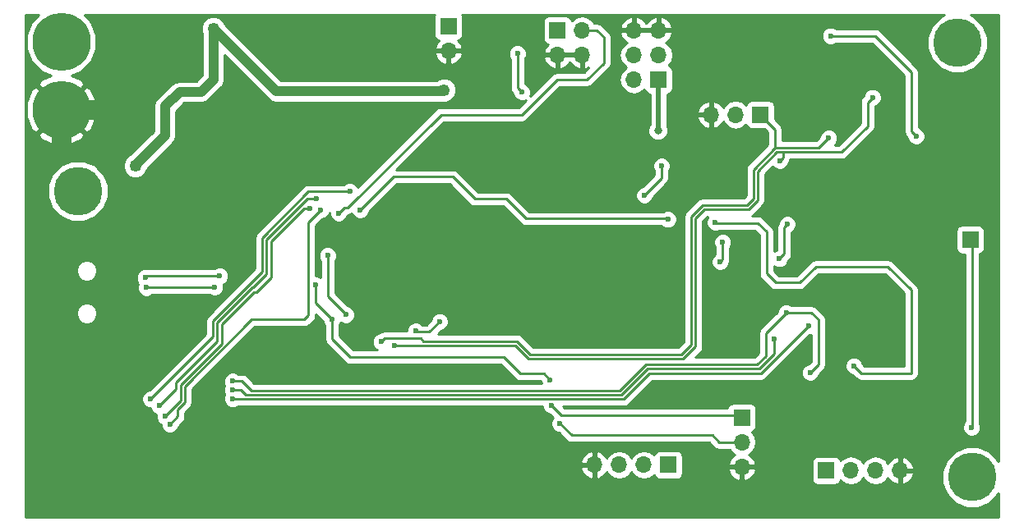
<source format=gbl>
G04 #@! TF.FileFunction,Copper,L2,Bot,Signal*
%FSLAX46Y46*%
G04 Gerber Fmt 4.6, Leading zero omitted, Abs format (unit mm)*
G04 Created by KiCad (PCBNEW 4.0.7) date 06/23/18 17:57:27*
%MOMM*%
%LPD*%
G01*
G04 APERTURE LIST*
%ADD10C,0.100000*%
%ADD11C,6.000000*%
%ADD12R,1.700000X1.700000*%
%ADD13O,1.700000X1.700000*%
%ADD14C,5.000000*%
%ADD15C,0.600000*%
%ADD16C,0.800000*%
%ADD17C,1.250000*%
%ADD18C,0.250000*%
%ADD19C,0.500000*%
%ADD20C,1.000000*%
%ADD21C,2.000000*%
%ADD22C,0.254000*%
G04 APERTURE END LIST*
D10*
D11*
X63627000Y-61277500D03*
X63627000Y-54277500D03*
D12*
X126174500Y-97917000D03*
D13*
X123634500Y-97917000D03*
X121094500Y-97917000D03*
X118554500Y-97917000D03*
D12*
X103505000Y-52641500D03*
D13*
X103505000Y-55181500D03*
D12*
X125158500Y-58166000D03*
D13*
X122618500Y-58166000D03*
X125158500Y-55626000D03*
X122618500Y-55626000D03*
X125158500Y-53086000D03*
X122618500Y-53086000D03*
D12*
X114744500Y-53086000D03*
D13*
X117284500Y-53086000D03*
X114744500Y-55626000D03*
X117284500Y-55626000D03*
D12*
X133731000Y-93027500D03*
D13*
X133731000Y-95567500D03*
X133731000Y-98107500D03*
D12*
X135636000Y-61785500D03*
D13*
X133096000Y-61785500D03*
X130556000Y-61785500D03*
D12*
X157289500Y-74676000D03*
D14*
X155956000Y-54356000D03*
X157480000Y-99187000D03*
X65341500Y-69659500D03*
D12*
X142430500Y-98488500D03*
D13*
X144970500Y-98488500D03*
X147510500Y-98488500D03*
X150050500Y-98488500D03*
D15*
X102616000Y-83121500D03*
X100139500Y-84074000D03*
D16*
X125095000Y-63436500D03*
D17*
X103060500Y-59245500D03*
X79311500Y-52895500D03*
X71247000Y-67056000D03*
D15*
X110617000Y-55499000D03*
X111061500Y-59436000D03*
X79946500Y-78422500D03*
X72263000Y-78613000D03*
X79438500Y-79565500D03*
X72390000Y-79629000D03*
X140779500Y-88392000D03*
X138303000Y-82232500D03*
X81280000Y-89281000D03*
X93345000Y-69723000D03*
X72834500Y-91122500D03*
X81280000Y-90170000D03*
X137096500Y-84963000D03*
X89916000Y-70485000D03*
X73723500Y-91821000D03*
X81280000Y-91122500D03*
X140589000Y-83566000D03*
X74295000Y-92900500D03*
X89217500Y-71437500D03*
X94424500Y-71628000D03*
X126111000Y-72580500D03*
X131000500Y-72898000D03*
X145288000Y-87693500D03*
X142875000Y-53657500D03*
X151701500Y-64008000D03*
X92202000Y-71945500D03*
X131762500Y-74930000D03*
X131508500Y-76962000D03*
X113982500Y-89154000D03*
X114109500Y-91757500D03*
X91503500Y-82931000D03*
X89789000Y-79375000D03*
X138430000Y-73088500D03*
X137604500Y-76644500D03*
X114998500Y-93662500D03*
X92964000Y-82423000D03*
X91059000Y-76327000D03*
X96583500Y-85217000D03*
X142684500Y-64198500D03*
X137668000Y-66548000D03*
X147193000Y-60007500D03*
X97980500Y-85598000D03*
X125476000Y-67056000D03*
X123698000Y-70104000D03*
X157416500Y-94043500D03*
X89154000Y-92583000D03*
X94615000Y-99758500D03*
X111236000Y-95631000D03*
X93535500Y-97917000D03*
X92519500Y-93218000D03*
X95504000Y-94488000D03*
X89154000Y-97409000D03*
X81216500Y-96837500D03*
D16*
X62992000Y-92646500D03*
D15*
X85661500Y-85979000D03*
X95885000Y-88455500D03*
X96520000Y-79248000D03*
X98806000Y-79692500D03*
X101663500Y-77787500D03*
X99250500Y-74295000D03*
X118681500Y-84963000D03*
X118364000Y-75057000D03*
X117665500Y-68897500D03*
X112522000Y-64262000D03*
D16*
X149225000Y-62928500D03*
X137350500Y-52260500D03*
D17*
X157353000Y-58991500D03*
X157480000Y-69913500D03*
D15*
X149860000Y-72802750D03*
X145415000Y-72453500D03*
D16*
X131762500Y-79248000D03*
D17*
X143065500Y-95250000D03*
X155956000Y-92011500D03*
X146939000Y-80454500D03*
D16*
X88582500Y-62230000D03*
X76644500Y-72263000D03*
X73787000Y-82550000D03*
D17*
X94361000Y-53594000D03*
D16*
X69850000Y-63754000D03*
X76517500Y-66865500D03*
D15*
X90360500Y-71628000D03*
X74803000Y-93726000D03*
D18*
X101536500Y-84201000D02*
X102616000Y-83121500D01*
X100266500Y-84201000D02*
X101536500Y-84201000D01*
X100139500Y-84074000D02*
X100266500Y-84201000D01*
D19*
X125158500Y-58166000D02*
X125158500Y-63373000D01*
X125158500Y-63373000D02*
X125095000Y-63436500D01*
D20*
X85788500Y-59372500D02*
X79311500Y-52895500D01*
X102933500Y-59372500D02*
X85788500Y-59372500D01*
X103060500Y-59245500D02*
X102933500Y-59372500D01*
X74295000Y-60896500D02*
X74295000Y-63944500D01*
X79311500Y-52895500D02*
X79311500Y-58166000D01*
X79311500Y-58166000D02*
X78041500Y-59436000D01*
X78041500Y-59436000D02*
X75819000Y-59436000D01*
X75819000Y-59436000D02*
X74358500Y-60896500D01*
X74358500Y-60896500D02*
X74295000Y-60896500D01*
X71247000Y-66992500D02*
X71247000Y-67056000D01*
X72707500Y-65532000D02*
X71247000Y-66992500D01*
X74295000Y-63944500D02*
X72707500Y-65532000D01*
D18*
X110617000Y-58991500D02*
X110617000Y-55499000D01*
X111061500Y-59436000D02*
X110617000Y-58991500D01*
X72453500Y-78422500D02*
X79946500Y-78422500D01*
X72263000Y-78613000D02*
X72453500Y-78422500D01*
X72453500Y-79565500D02*
X79438500Y-79565500D01*
X72390000Y-79629000D02*
X72453500Y-79565500D01*
X140906500Y-82232500D02*
X138303000Y-82232500D01*
X141605000Y-82931000D02*
X140906500Y-82232500D01*
X141605000Y-87566500D02*
X141605000Y-82931000D01*
X140779500Y-88392000D02*
X141605000Y-87566500D01*
X111887000Y-90222496D02*
X121166208Y-90222496D01*
X136207500Y-84328000D02*
X138303000Y-82232500D01*
X136207500Y-86674704D02*
X136207500Y-84328000D01*
X135326708Y-87555496D02*
X136207500Y-86674704D01*
X123833208Y-87555496D02*
X135326708Y-87555496D01*
X121166208Y-90222496D02*
X123833208Y-87555496D01*
X81280000Y-89281000D02*
X82243504Y-89281000D01*
X83185000Y-90222496D02*
X111887000Y-90222496D01*
X111887000Y-90222496D02*
X111950500Y-90222496D01*
X82243504Y-89281000D02*
X83185000Y-90222496D01*
X89090500Y-69723000D02*
X93345000Y-69723000D01*
X84328000Y-74485500D02*
X89090500Y-69723000D01*
X84328000Y-77978000D02*
X84328000Y-74485500D01*
X79248000Y-83058000D02*
X84328000Y-77978000D01*
X79248000Y-84709000D02*
X79248000Y-83058000D01*
X72834500Y-91122500D02*
X79248000Y-84709000D01*
X115316000Y-90672498D02*
X121352604Y-90672498D01*
X82111002Y-90170000D02*
X82613500Y-90672498D01*
X82613500Y-90672498D02*
X115316000Y-90672498D01*
X81280000Y-90170000D02*
X82111002Y-90170000D01*
X137096500Y-86422102D02*
X137096500Y-84963000D01*
X135513104Y-88005498D02*
X137096500Y-86422102D01*
X124019604Y-88005498D02*
X135513104Y-88005498D01*
X121352604Y-90672498D02*
X124019604Y-88005498D01*
X88964898Y-70485000D02*
X89916000Y-70485000D01*
X84778002Y-74671896D02*
X88964898Y-70485000D01*
X84778002Y-78226498D02*
X84778002Y-74671896D01*
X83375500Y-79629000D02*
X84778002Y-78226498D01*
X83313398Y-79629000D02*
X83375500Y-79629000D01*
X79698002Y-83244396D02*
X83313398Y-79629000D01*
X79698002Y-85147998D02*
X79698002Y-83244396D01*
X75470449Y-89375551D02*
X79698002Y-85147998D01*
X75470449Y-90074051D02*
X75470449Y-89375551D01*
X73723500Y-91821000D02*
X75470449Y-90074051D01*
X116522500Y-91122500D02*
X121539000Y-91122500D01*
X81280000Y-91122500D02*
X116522500Y-91122500D01*
X135699500Y-88455500D02*
X140589000Y-83566000D01*
X124206000Y-88455500D02*
X135699500Y-88455500D01*
X121539000Y-91122500D02*
X124206000Y-88455500D01*
X74295000Y-92900500D02*
X75920451Y-91275049D01*
X75920451Y-91275049D02*
X75920451Y-89624049D01*
X75920451Y-89624049D02*
X80148004Y-85396496D01*
X80148004Y-85396496D02*
X80148004Y-83430792D01*
X80148004Y-83430792D02*
X83441796Y-80137000D01*
X83441796Y-80137000D02*
X83693000Y-80137000D01*
X83693000Y-80137000D02*
X85228004Y-78601996D01*
X85228004Y-78601996D02*
X85228004Y-74858292D01*
X85228004Y-74858292D02*
X88648796Y-71437500D01*
X88648796Y-71437500D02*
X89217500Y-71437500D01*
X151193500Y-88455500D02*
X146050000Y-88455500D01*
X94424500Y-71628000D02*
X97853500Y-68199000D01*
X97853500Y-68199000D02*
X103949500Y-68199000D01*
X103949500Y-68199000D02*
X106235500Y-70485000D01*
X106235500Y-70485000D02*
X109474000Y-70485000D01*
X109474000Y-70485000D02*
X111506000Y-72517000D01*
X111506000Y-72517000D02*
X126047500Y-72517000D01*
X126047500Y-72517000D02*
X126111000Y-72580500D01*
X131000500Y-72898000D02*
X131064000Y-72961500D01*
X131064000Y-72961500D02*
X135382000Y-72961500D01*
X135382000Y-72961500D02*
X136271000Y-73850500D01*
X136271000Y-73850500D02*
X136271000Y-78168500D01*
X136271000Y-78168500D02*
X137223500Y-79121000D01*
X137223500Y-79121000D02*
X139700000Y-79121000D01*
X139700000Y-79121000D02*
X141351000Y-77470000D01*
X141351000Y-77470000D02*
X148780500Y-77470000D01*
X148780500Y-77470000D02*
X151193500Y-79883000D01*
X151193500Y-79883000D02*
X151193500Y-88455500D01*
X146050000Y-88455500D02*
X145288000Y-87693500D01*
X147447000Y-53657500D02*
X142875000Y-53657500D01*
X151193500Y-57404000D02*
X147447000Y-53657500D01*
X151193500Y-63500000D02*
X151193500Y-57404000D01*
X151701500Y-64008000D02*
X151193500Y-63500000D01*
X118808500Y-53086000D02*
X117284500Y-53086000D01*
X119507000Y-53784500D02*
X118808500Y-53086000D01*
X119507000Y-56451500D02*
X119507000Y-53784500D01*
X117792500Y-58166000D02*
X119507000Y-56451500D01*
X114681000Y-58166000D02*
X117792500Y-58166000D01*
X111061500Y-61785500D02*
X114681000Y-58166000D01*
X102743000Y-61785500D02*
X111061500Y-61785500D01*
X93154500Y-71374000D02*
X102743000Y-61785500D01*
X92773500Y-71374000D02*
X93154500Y-71374000D01*
X92202000Y-71945500D02*
X92773500Y-71374000D01*
X131762500Y-76708000D02*
X131762500Y-74930000D01*
X131508500Y-76962000D02*
X131762500Y-76708000D01*
X133477000Y-92773500D02*
X117030500Y-92773500D01*
X91503500Y-84899500D02*
X93408500Y-86804500D01*
X93408500Y-86804500D02*
X109220000Y-86804500D01*
X109220000Y-86804500D02*
X110934500Y-88519000D01*
X110934500Y-88519000D02*
X113347500Y-88519000D01*
X113347500Y-88519000D02*
X113982500Y-89154000D01*
X114109500Y-91757500D02*
X115125500Y-92773500D01*
X115125500Y-92773500D02*
X117030500Y-92773500D01*
X91503500Y-84899500D02*
X91503500Y-82931000D01*
X133477000Y-92773500D02*
X133731000Y-93027500D01*
X89789000Y-79438500D02*
X89789000Y-79375000D01*
X89789000Y-81216500D02*
X89789000Y-79438500D01*
X91503500Y-82931000D02*
X89789000Y-81216500D01*
X138112500Y-73406000D02*
X138430000Y-73088500D01*
X138112500Y-76136500D02*
X138112500Y-73406000D01*
X137604500Y-76644500D02*
X138112500Y-76136500D01*
X131381500Y-95567500D02*
X133731000Y-95567500D01*
X130683000Y-94869000D02*
X131381500Y-95567500D01*
X116205000Y-94869000D02*
X130683000Y-94869000D01*
X114998500Y-93662500D02*
X116205000Y-94869000D01*
X92964000Y-82423000D02*
X91059000Y-80518000D01*
X91059000Y-80518000D02*
X91059000Y-76327000D01*
X137164104Y-65208998D02*
X137164104Y-63313604D01*
X137164104Y-63313604D02*
X135636000Y-61785500D01*
X96583500Y-85217000D02*
X96964500Y-84836000D01*
X96964500Y-84836000D02*
X100647500Y-84836000D01*
X100647500Y-84836000D02*
X100959498Y-85147998D01*
X100959498Y-85147998D02*
X110549396Y-85147998D01*
X110549396Y-85147998D02*
X111946396Y-86544998D01*
X111946396Y-86544998D02*
X127512104Y-86544998D01*
X127512104Y-86544998D02*
X128518498Y-85538604D01*
X128518498Y-85538604D02*
X128518498Y-72267104D01*
X128518498Y-72267104D02*
X129671104Y-71114498D01*
X129671104Y-71114498D02*
X134243104Y-71114498D01*
X134243104Y-71114498D02*
X134931998Y-70425604D01*
X134931998Y-70425604D02*
X134931998Y-67441104D01*
X134931998Y-67441104D02*
X137164104Y-65208998D01*
X137164104Y-65208998D02*
X141674002Y-65208998D01*
X141674002Y-65208998D02*
X142684500Y-64198500D01*
X137985500Y-65659000D02*
X137985500Y-66230500D01*
X137985500Y-66230500D02*
X137668000Y-66548000D01*
X146685000Y-60515500D02*
X147193000Y-60007500D01*
X146685000Y-62928500D02*
X146685000Y-60515500D01*
X110363000Y-85598000D02*
X111760000Y-86995000D01*
X111760000Y-86995000D02*
X127698500Y-86995000D01*
X127698500Y-86995000D02*
X128968500Y-85725000D01*
X128968500Y-85725000D02*
X128968500Y-72453500D01*
X128968500Y-72453500D02*
X129857500Y-71564500D01*
X129857500Y-71564500D02*
X134429500Y-71564500D01*
X134429500Y-71564500D02*
X135382000Y-70612000D01*
X135382000Y-70612000D02*
X135382000Y-67627500D01*
X135382000Y-67627500D02*
X137350500Y-65659000D01*
X137350500Y-65659000D02*
X137985500Y-65659000D01*
X137985500Y-65659000D02*
X144018000Y-65659000D01*
X144018000Y-65659000D02*
X146685000Y-62992000D01*
X146685000Y-62992000D02*
X146685000Y-62928500D01*
X97980500Y-85598000D02*
X110363000Y-85598000D01*
X125476000Y-68326000D02*
X125476000Y-67056000D01*
X123698000Y-70104000D02*
X125476000Y-68326000D01*
X157480000Y-93980000D02*
X157480000Y-74866500D01*
X157416500Y-94043500D02*
X157480000Y-93980000D01*
X157480000Y-74866500D02*
X157289500Y-74676000D01*
X111236000Y-95631000D02*
X111252000Y-95631000D01*
X99250500Y-74295000D02*
X99250500Y-74358500D01*
X149860000Y-72802750D02*
X149860000Y-72771000D01*
D21*
X63627000Y-61277500D02*
X63627000Y-65151000D01*
X63627000Y-65151000D02*
X62992000Y-65786000D01*
X63627000Y-61277500D02*
X68707000Y-61277500D01*
D18*
X89090500Y-72898000D02*
X90360500Y-71628000D01*
X89090500Y-82486500D02*
X89090500Y-72898000D01*
X88646000Y-82931000D02*
X89090500Y-82486500D01*
X83249898Y-82931000D02*
X88646000Y-82931000D01*
X76370453Y-89810445D02*
X83249898Y-82931000D01*
X76370453Y-91461445D02*
X76370453Y-89810445D01*
X75628500Y-92203398D02*
X76370453Y-91461445D01*
X75628500Y-92900500D02*
X75628500Y-92203398D01*
X74803000Y-93726000D02*
X75628500Y-92900500D01*
D22*
G36*
X60547194Y-52215749D02*
X59992632Y-53551282D01*
X59991370Y-54997374D01*
X60543600Y-56333872D01*
X61565249Y-57357306D01*
X62579974Y-57778657D01*
X61583361Y-58185646D01*
X61552566Y-58206223D01*
X61209975Y-58680870D01*
X63627000Y-61097895D01*
X66044025Y-58680870D01*
X65701434Y-58206223D01*
X64678015Y-57776305D01*
X65683372Y-57360900D01*
X66706806Y-56339251D01*
X67261368Y-55003718D01*
X67262630Y-53557626D01*
X66710400Y-52221128D01*
X66000512Y-51510000D01*
X102078801Y-51510000D01*
X102058569Y-51539610D01*
X102007560Y-51791500D01*
X102007560Y-53491500D01*
X102051838Y-53726817D01*
X102190910Y-53942941D01*
X102403110Y-54087931D01*
X102511107Y-54109801D01*
X102233355Y-54414576D01*
X102063524Y-54824610D01*
X102184845Y-55054500D01*
X103378000Y-55054500D01*
X103378000Y-55034500D01*
X103632000Y-55034500D01*
X103632000Y-55054500D01*
X104825155Y-55054500D01*
X104946476Y-54824610D01*
X104776645Y-54414576D01*
X104500499Y-54111563D01*
X104590317Y-54094662D01*
X104806441Y-53955590D01*
X104951431Y-53743390D01*
X105002440Y-53491500D01*
X105002440Y-51791500D01*
X104958162Y-51556183D01*
X104928444Y-51510000D01*
X154634399Y-51510000D01*
X154182485Y-51696727D01*
X153299826Y-52577847D01*
X152821546Y-53729674D01*
X152820457Y-54976854D01*
X153296727Y-56129515D01*
X154177847Y-57012174D01*
X155329674Y-57490454D01*
X156576854Y-57491543D01*
X157729515Y-57015273D01*
X158612174Y-56134153D01*
X159090454Y-54982326D01*
X159091543Y-53735146D01*
X158615273Y-52582485D01*
X157734153Y-51699826D01*
X157277001Y-51510000D01*
X160199000Y-51510000D01*
X160199000Y-97558035D01*
X160139273Y-97413485D01*
X159258153Y-96530826D01*
X158106326Y-96052546D01*
X156859146Y-96051457D01*
X155706485Y-96527727D01*
X154823826Y-97408847D01*
X154345546Y-98560674D01*
X154344457Y-99807854D01*
X154820727Y-100960515D01*
X155701847Y-101843174D01*
X156853674Y-102321454D01*
X158100854Y-102322543D01*
X159253515Y-101846273D01*
X160136174Y-100965153D01*
X160199000Y-100813851D01*
X160199000Y-103303000D01*
X59955500Y-103303000D01*
X59955500Y-98273892D01*
X117113014Y-98273892D01*
X117359317Y-98798358D01*
X117787576Y-99188645D01*
X118197610Y-99358476D01*
X118427500Y-99237155D01*
X118427500Y-98044000D01*
X117233681Y-98044000D01*
X117113014Y-98273892D01*
X59955500Y-98273892D01*
X59955500Y-97560108D01*
X117113014Y-97560108D01*
X117233681Y-97790000D01*
X118427500Y-97790000D01*
X118427500Y-96596845D01*
X118681500Y-96596845D01*
X118681500Y-97790000D01*
X118701500Y-97790000D01*
X118701500Y-98044000D01*
X118681500Y-98044000D01*
X118681500Y-99237155D01*
X118911390Y-99358476D01*
X119321424Y-99188645D01*
X119749683Y-98798358D01*
X119816798Y-98655447D01*
X120044446Y-98996147D01*
X120526215Y-99318054D01*
X121094500Y-99431093D01*
X121662785Y-99318054D01*
X122144554Y-98996147D01*
X122364500Y-98666974D01*
X122584446Y-98996147D01*
X123066215Y-99318054D01*
X123634500Y-99431093D01*
X124202785Y-99318054D01*
X124684554Y-98996147D01*
X124712350Y-98954548D01*
X124721338Y-99002317D01*
X124860410Y-99218441D01*
X125072610Y-99363431D01*
X125324500Y-99414440D01*
X127024500Y-99414440D01*
X127259817Y-99370162D01*
X127475941Y-99231090D01*
X127620931Y-99018890D01*
X127671940Y-98767000D01*
X127671940Y-98464390D01*
X132289524Y-98464390D01*
X132459355Y-98874424D01*
X132849642Y-99302683D01*
X133374108Y-99548986D01*
X133604000Y-99428319D01*
X133604000Y-98234500D01*
X133858000Y-98234500D01*
X133858000Y-99428319D01*
X134087892Y-99548986D01*
X134612358Y-99302683D01*
X135002645Y-98874424D01*
X135172476Y-98464390D01*
X135051155Y-98234500D01*
X133858000Y-98234500D01*
X133604000Y-98234500D01*
X132410845Y-98234500D01*
X132289524Y-98464390D01*
X127671940Y-98464390D01*
X127671940Y-97067000D01*
X127627662Y-96831683D01*
X127488590Y-96615559D01*
X127276390Y-96470569D01*
X127024500Y-96419560D01*
X125324500Y-96419560D01*
X125089183Y-96463838D01*
X124873059Y-96602910D01*
X124728069Y-96815110D01*
X124714414Y-96882541D01*
X124684554Y-96837853D01*
X124202785Y-96515946D01*
X123634500Y-96402907D01*
X123066215Y-96515946D01*
X122584446Y-96837853D01*
X122364500Y-97167026D01*
X122144554Y-96837853D01*
X121662785Y-96515946D01*
X121094500Y-96402907D01*
X120526215Y-96515946D01*
X120044446Y-96837853D01*
X119816798Y-97178553D01*
X119749683Y-97035642D01*
X119321424Y-96645355D01*
X118911390Y-96475524D01*
X118681500Y-96596845D01*
X118427500Y-96596845D01*
X118197610Y-96475524D01*
X117787576Y-96645355D01*
X117359317Y-97035642D01*
X117113014Y-97560108D01*
X59955500Y-97560108D01*
X59955500Y-91307667D01*
X71899338Y-91307667D01*
X72041383Y-91651443D01*
X72304173Y-91914692D01*
X72647701Y-92057338D01*
X72809540Y-92057479D01*
X72930383Y-92349943D01*
X73193173Y-92613192D01*
X73371201Y-92687116D01*
X73360162Y-92713701D01*
X73359838Y-93085667D01*
X73501883Y-93429443D01*
X73764673Y-93692692D01*
X73867991Y-93735594D01*
X73867838Y-93911167D01*
X74009883Y-94254943D01*
X74272673Y-94518192D01*
X74616201Y-94660838D01*
X74988167Y-94661162D01*
X75331943Y-94519117D01*
X75595192Y-94256327D01*
X75737838Y-93912799D01*
X75737879Y-93865923D01*
X76165901Y-93437901D01*
X76330648Y-93191340D01*
X76388500Y-92900500D01*
X76388500Y-92518200D01*
X76907854Y-91998846D01*
X77072601Y-91752284D01*
X77130453Y-91461445D01*
X77130453Y-90125247D01*
X83564700Y-83691000D01*
X88646000Y-83691000D01*
X88936839Y-83633148D01*
X89183401Y-83468401D01*
X89627901Y-83023901D01*
X89792648Y-82777339D01*
X89850500Y-82486500D01*
X89850500Y-82352802D01*
X90568378Y-83070680D01*
X90568338Y-83116167D01*
X90710383Y-83459943D01*
X90743500Y-83493118D01*
X90743500Y-84899500D01*
X90801352Y-85190339D01*
X90966099Y-85436901D01*
X92871099Y-87341901D01*
X93117661Y-87506648D01*
X93408500Y-87564500D01*
X108905198Y-87564500D01*
X110397099Y-89056401D01*
X110643661Y-89221148D01*
X110934500Y-89279000D01*
X113032698Y-89279000D01*
X113047378Y-89293680D01*
X113047338Y-89339167D01*
X113098296Y-89462496D01*
X83499802Y-89462496D01*
X82780905Y-88743599D01*
X82534343Y-88578852D01*
X82243504Y-88521000D01*
X81842463Y-88521000D01*
X81810327Y-88488808D01*
X81466799Y-88346162D01*
X81094833Y-88345838D01*
X80751057Y-88487883D01*
X80487808Y-88750673D01*
X80345162Y-89094201D01*
X80344838Y-89466167D01*
X80452080Y-89725714D01*
X80345162Y-89983201D01*
X80344838Y-90355167D01*
X80465232Y-90646543D01*
X80345162Y-90935701D01*
X80344838Y-91307667D01*
X80486883Y-91651443D01*
X80749673Y-91914692D01*
X81093201Y-92057338D01*
X81465167Y-92057662D01*
X81808943Y-91915617D01*
X81842118Y-91882500D01*
X113174390Y-91882500D01*
X113174338Y-91942667D01*
X113316383Y-92286443D01*
X113579173Y-92549692D01*
X113922701Y-92692338D01*
X113969577Y-92692379D01*
X114307928Y-93030730D01*
X114206308Y-93132173D01*
X114063662Y-93475701D01*
X114063338Y-93847667D01*
X114205383Y-94191443D01*
X114468173Y-94454692D01*
X114811701Y-94597338D01*
X114858577Y-94597379D01*
X115667599Y-95406401D01*
X115914161Y-95571148D01*
X116205000Y-95629000D01*
X130368198Y-95629000D01*
X130844099Y-96104901D01*
X131090660Y-96269648D01*
X131381500Y-96327500D01*
X132458046Y-96327500D01*
X132651853Y-96617554D01*
X132992553Y-96845202D01*
X132849642Y-96912317D01*
X132459355Y-97340576D01*
X132289524Y-97750610D01*
X132410845Y-97980500D01*
X133604000Y-97980500D01*
X133604000Y-97960500D01*
X133858000Y-97960500D01*
X133858000Y-97980500D01*
X135051155Y-97980500D01*
X135172476Y-97750610D01*
X135126042Y-97638500D01*
X140933060Y-97638500D01*
X140933060Y-99338500D01*
X140977338Y-99573817D01*
X141116410Y-99789941D01*
X141328610Y-99934931D01*
X141580500Y-99985940D01*
X143280500Y-99985940D01*
X143515817Y-99941662D01*
X143731941Y-99802590D01*
X143876931Y-99590390D01*
X143890586Y-99522959D01*
X143920446Y-99567647D01*
X144402215Y-99889554D01*
X144970500Y-100002593D01*
X145538785Y-99889554D01*
X146020554Y-99567647D01*
X146240500Y-99238474D01*
X146460446Y-99567647D01*
X146942215Y-99889554D01*
X147510500Y-100002593D01*
X148078785Y-99889554D01*
X148560554Y-99567647D01*
X148788202Y-99226947D01*
X148855317Y-99369858D01*
X149283576Y-99760145D01*
X149693610Y-99929976D01*
X149923500Y-99808655D01*
X149923500Y-98615500D01*
X150177500Y-98615500D01*
X150177500Y-99808655D01*
X150407390Y-99929976D01*
X150817424Y-99760145D01*
X151245683Y-99369858D01*
X151491986Y-98845392D01*
X151371319Y-98615500D01*
X150177500Y-98615500D01*
X149923500Y-98615500D01*
X149903500Y-98615500D01*
X149903500Y-98361500D01*
X149923500Y-98361500D01*
X149923500Y-97168345D01*
X150177500Y-97168345D01*
X150177500Y-98361500D01*
X151371319Y-98361500D01*
X151491986Y-98131608D01*
X151245683Y-97607142D01*
X150817424Y-97216855D01*
X150407390Y-97047024D01*
X150177500Y-97168345D01*
X149923500Y-97168345D01*
X149693610Y-97047024D01*
X149283576Y-97216855D01*
X148855317Y-97607142D01*
X148788202Y-97750053D01*
X148560554Y-97409353D01*
X148078785Y-97087446D01*
X147510500Y-96974407D01*
X146942215Y-97087446D01*
X146460446Y-97409353D01*
X146240500Y-97738526D01*
X146020554Y-97409353D01*
X145538785Y-97087446D01*
X144970500Y-96974407D01*
X144402215Y-97087446D01*
X143920446Y-97409353D01*
X143892650Y-97450952D01*
X143883662Y-97403183D01*
X143744590Y-97187059D01*
X143532390Y-97042069D01*
X143280500Y-96991060D01*
X141580500Y-96991060D01*
X141345183Y-97035338D01*
X141129059Y-97174410D01*
X140984069Y-97386610D01*
X140933060Y-97638500D01*
X135126042Y-97638500D01*
X135002645Y-97340576D01*
X134612358Y-96912317D01*
X134469447Y-96845202D01*
X134810147Y-96617554D01*
X135132054Y-96135785D01*
X135245093Y-95567500D01*
X135132054Y-94999215D01*
X134810147Y-94517446D01*
X134768548Y-94489650D01*
X134816317Y-94480662D01*
X135032441Y-94341590D01*
X135177431Y-94129390D01*
X135228440Y-93877500D01*
X135228440Y-92177500D01*
X135184162Y-91942183D01*
X135045090Y-91726059D01*
X134832890Y-91581069D01*
X134581000Y-91530060D01*
X132881000Y-91530060D01*
X132645683Y-91574338D01*
X132429559Y-91713410D01*
X132284569Y-91925610D01*
X132266771Y-92013500D01*
X115440302Y-92013500D01*
X115309302Y-91882500D01*
X121539000Y-91882500D01*
X121829839Y-91824648D01*
X122076401Y-91659901D01*
X124520802Y-89215500D01*
X135699500Y-89215500D01*
X135990339Y-89157648D01*
X136236901Y-88992901D01*
X140728680Y-84501122D01*
X140774167Y-84501162D01*
X140845000Y-84471894D01*
X140845000Y-87251698D01*
X140639820Y-87456878D01*
X140594333Y-87456838D01*
X140250557Y-87598883D01*
X139987308Y-87861673D01*
X139844662Y-88205201D01*
X139844338Y-88577167D01*
X139986383Y-88920943D01*
X140249173Y-89184192D01*
X140592701Y-89326838D01*
X140964667Y-89327162D01*
X141308443Y-89185117D01*
X141571692Y-88922327D01*
X141714338Y-88578799D01*
X141714379Y-88531923D01*
X142142401Y-88103901D01*
X142307148Y-87857340D01*
X142365000Y-87566500D01*
X142365000Y-82931000D01*
X142307148Y-82640161D01*
X142307148Y-82640160D01*
X142142401Y-82393599D01*
X141443901Y-81695099D01*
X141197339Y-81530352D01*
X140906500Y-81472500D01*
X138865463Y-81472500D01*
X138833327Y-81440308D01*
X138489799Y-81297662D01*
X138117833Y-81297338D01*
X137774057Y-81439383D01*
X137510808Y-81702173D01*
X137368162Y-82045701D01*
X137368121Y-82092577D01*
X135670099Y-83790599D01*
X135505352Y-84037161D01*
X135447500Y-84328000D01*
X135447500Y-86359902D01*
X135011906Y-86795496D01*
X128972806Y-86795496D01*
X129505901Y-86262401D01*
X129670648Y-86015840D01*
X129728500Y-85725000D01*
X129728500Y-77147167D01*
X130573338Y-77147167D01*
X130715383Y-77490943D01*
X130978173Y-77754192D01*
X131321701Y-77896838D01*
X131693667Y-77897162D01*
X132037443Y-77755117D01*
X132300692Y-77492327D01*
X132443338Y-77148799D01*
X132443441Y-77030579D01*
X132464648Y-76998840D01*
X132522500Y-76708000D01*
X132522500Y-75492463D01*
X132554692Y-75460327D01*
X132697338Y-75116799D01*
X132697662Y-74744833D01*
X132555617Y-74401057D01*
X132292827Y-74137808D01*
X131949299Y-73995162D01*
X131577333Y-73994838D01*
X131233557Y-74136883D01*
X130970308Y-74399673D01*
X130827662Y-74743201D01*
X130827338Y-75115167D01*
X130969383Y-75458943D01*
X131002500Y-75492118D01*
X131002500Y-76159403D01*
X130979557Y-76168883D01*
X130716308Y-76431673D01*
X130573662Y-76775201D01*
X130573338Y-77147167D01*
X129728500Y-77147167D01*
X129728500Y-72768302D01*
X130172302Y-72324500D01*
X130251556Y-72324500D01*
X130208308Y-72367673D01*
X130065662Y-72711201D01*
X130065338Y-73083167D01*
X130207383Y-73426943D01*
X130470173Y-73690192D01*
X130813701Y-73832838D01*
X131185667Y-73833162D01*
X131455910Y-73721500D01*
X135067198Y-73721500D01*
X135511000Y-74165302D01*
X135511000Y-78168500D01*
X135568852Y-78459339D01*
X135733599Y-78705901D01*
X136686099Y-79658401D01*
X136932660Y-79823148D01*
X136980914Y-79832746D01*
X137223500Y-79881000D01*
X139700000Y-79881000D01*
X139990839Y-79823148D01*
X140237401Y-79658401D01*
X141665802Y-78230000D01*
X148465698Y-78230000D01*
X150433500Y-80197802D01*
X150433500Y-87695500D01*
X146364802Y-87695500D01*
X146223122Y-87553820D01*
X146223162Y-87508333D01*
X146081117Y-87164557D01*
X145818327Y-86901308D01*
X145474799Y-86758662D01*
X145102833Y-86758338D01*
X144759057Y-86900383D01*
X144495808Y-87163173D01*
X144353162Y-87506701D01*
X144352838Y-87878667D01*
X144494883Y-88222443D01*
X144757673Y-88485692D01*
X145101201Y-88628338D01*
X145148077Y-88628379D01*
X145512599Y-88992901D01*
X145759161Y-89157648D01*
X146050000Y-89215500D01*
X151193500Y-89215500D01*
X151484339Y-89157648D01*
X151730901Y-88992901D01*
X151895648Y-88746339D01*
X151953500Y-88455500D01*
X151953500Y-79883000D01*
X151895648Y-79592161D01*
X151895648Y-79592160D01*
X151730901Y-79345599D01*
X149317901Y-76932599D01*
X149071339Y-76767852D01*
X148780500Y-76710000D01*
X141351000Y-76710000D01*
X141060161Y-76767852D01*
X140813599Y-76932599D01*
X139385198Y-78361000D01*
X137538302Y-78361000D01*
X137031000Y-77853698D01*
X137031000Y-77393444D01*
X137074173Y-77436692D01*
X137417701Y-77579338D01*
X137789667Y-77579662D01*
X138133443Y-77437617D01*
X138396692Y-77174827D01*
X138539338Y-76831299D01*
X138539379Y-76784423D01*
X138649901Y-76673901D01*
X138814647Y-76427340D01*
X138814648Y-76427339D01*
X138872500Y-76136500D01*
X138872500Y-73917334D01*
X138958943Y-73881617D01*
X139014657Y-73826000D01*
X155792060Y-73826000D01*
X155792060Y-75526000D01*
X155836338Y-75761317D01*
X155975410Y-75977441D01*
X156187610Y-76122431D01*
X156439500Y-76173440D01*
X156720000Y-76173440D01*
X156720000Y-93417648D01*
X156624308Y-93513173D01*
X156481662Y-93856701D01*
X156481338Y-94228667D01*
X156623383Y-94572443D01*
X156886173Y-94835692D01*
X157229701Y-94978338D01*
X157601667Y-94978662D01*
X157945443Y-94836617D01*
X158208692Y-94573827D01*
X158351338Y-94230299D01*
X158351662Y-93858333D01*
X158240000Y-93588090D01*
X158240000Y-76154530D01*
X158374817Y-76129162D01*
X158590941Y-75990090D01*
X158735931Y-75777890D01*
X158786940Y-75526000D01*
X158786940Y-73826000D01*
X158742662Y-73590683D01*
X158603590Y-73374559D01*
X158391390Y-73229569D01*
X158139500Y-73178560D01*
X156439500Y-73178560D01*
X156204183Y-73222838D01*
X155988059Y-73361910D01*
X155843069Y-73574110D01*
X155792060Y-73826000D01*
X139014657Y-73826000D01*
X139222192Y-73618827D01*
X139364838Y-73275299D01*
X139365162Y-72903333D01*
X139223117Y-72559557D01*
X138960327Y-72296308D01*
X138616799Y-72153662D01*
X138244833Y-72153338D01*
X137901057Y-72295383D01*
X137637808Y-72558173D01*
X137495162Y-72901701D01*
X137495087Y-72988346D01*
X137410352Y-73115161D01*
X137352500Y-73406000D01*
X137352500Y-75736953D01*
X137075557Y-75851383D01*
X137031000Y-75895862D01*
X137031000Y-73850500D01*
X136973148Y-73559661D01*
X136808401Y-73313099D01*
X135919401Y-72424099D01*
X135672839Y-72259352D01*
X135382000Y-72201500D01*
X134817840Y-72201500D01*
X134966901Y-72101901D01*
X135919401Y-71149401D01*
X136084148Y-70902840D01*
X136109410Y-70775839D01*
X136142000Y-70612000D01*
X136142000Y-67942302D01*
X136941063Y-67143239D01*
X137137673Y-67340192D01*
X137481201Y-67482838D01*
X137853167Y-67483162D01*
X138196943Y-67341117D01*
X138460192Y-67078327D01*
X138602838Y-66734799D01*
X138602913Y-66648154D01*
X138687648Y-66521339D01*
X138708005Y-66419000D01*
X144018000Y-66419000D01*
X144308839Y-66361148D01*
X144555401Y-66196401D01*
X147222401Y-63529401D01*
X147387148Y-63282839D01*
X147445000Y-62992000D01*
X147445000Y-60915047D01*
X147721943Y-60800617D01*
X147985192Y-60537827D01*
X148127838Y-60194299D01*
X148128162Y-59822333D01*
X147986117Y-59478557D01*
X147723327Y-59215308D01*
X147379799Y-59072662D01*
X147007833Y-59072338D01*
X146664057Y-59214383D01*
X146400808Y-59477173D01*
X146258162Y-59820701D01*
X146258121Y-59867577D01*
X146147599Y-59978099D01*
X145982852Y-60224661D01*
X145925000Y-60515500D01*
X145925000Y-62677198D01*
X143703198Y-64899000D01*
X143306222Y-64899000D01*
X143476692Y-64728827D01*
X143619338Y-64385299D01*
X143619662Y-64013333D01*
X143477617Y-63669557D01*
X143214827Y-63406308D01*
X142871299Y-63263662D01*
X142499333Y-63263338D01*
X142155557Y-63405383D01*
X141892308Y-63668173D01*
X141749662Y-64011701D01*
X141749621Y-64058577D01*
X141359200Y-64448998D01*
X137924104Y-64448998D01*
X137924104Y-63313604D01*
X137873091Y-63057145D01*
X137866252Y-63022764D01*
X137701505Y-62776203D01*
X137133440Y-62208138D01*
X137133440Y-60935500D01*
X137089162Y-60700183D01*
X136950090Y-60484059D01*
X136737890Y-60339069D01*
X136486000Y-60288060D01*
X134786000Y-60288060D01*
X134550683Y-60332338D01*
X134334559Y-60471410D01*
X134189569Y-60683610D01*
X134175914Y-60751041D01*
X134146054Y-60706353D01*
X133664285Y-60384446D01*
X133096000Y-60271407D01*
X132527715Y-60384446D01*
X132045946Y-60706353D01*
X131818298Y-61047053D01*
X131751183Y-60904142D01*
X131322924Y-60513855D01*
X130912890Y-60344024D01*
X130683000Y-60465345D01*
X130683000Y-61658500D01*
X130703000Y-61658500D01*
X130703000Y-61912500D01*
X130683000Y-61912500D01*
X130683000Y-63105655D01*
X130912890Y-63226976D01*
X131322924Y-63057145D01*
X131751183Y-62666858D01*
X131818298Y-62523947D01*
X132045946Y-62864647D01*
X132527715Y-63186554D01*
X133096000Y-63299593D01*
X133664285Y-63186554D01*
X134146054Y-62864647D01*
X134173850Y-62823048D01*
X134182838Y-62870817D01*
X134321910Y-63086941D01*
X134534110Y-63231931D01*
X134786000Y-63282940D01*
X136058638Y-63282940D01*
X136404104Y-63628406D01*
X136404104Y-64894196D01*
X134394597Y-66903703D01*
X134229850Y-67150265D01*
X134171998Y-67441104D01*
X134171998Y-70110802D01*
X133928302Y-70354498D01*
X129671104Y-70354498D01*
X129380265Y-70412350D01*
X129133703Y-70577097D01*
X127981097Y-71729703D01*
X127816350Y-71976265D01*
X127758498Y-72267104D01*
X127758498Y-85223802D01*
X127197302Y-85784998D01*
X112261198Y-85784998D01*
X111086797Y-84610597D01*
X110840235Y-84445850D01*
X110549396Y-84387998D01*
X102424304Y-84387998D01*
X102755680Y-84056622D01*
X102801167Y-84056662D01*
X103144943Y-83914617D01*
X103408192Y-83651827D01*
X103550838Y-83308299D01*
X103551162Y-82936333D01*
X103409117Y-82592557D01*
X103146327Y-82329308D01*
X102802799Y-82186662D01*
X102430833Y-82186338D01*
X102087057Y-82328383D01*
X101823808Y-82591173D01*
X101681162Y-82934701D01*
X101681121Y-82981577D01*
X101221698Y-83441000D01*
X100828741Y-83441000D01*
X100669827Y-83281808D01*
X100326299Y-83139162D01*
X99954333Y-83138838D01*
X99610557Y-83280883D01*
X99347308Y-83543673D01*
X99204662Y-83887201D01*
X99204498Y-84076000D01*
X96964500Y-84076000D01*
X96673660Y-84133852D01*
X96452113Y-84281885D01*
X96398333Y-84281838D01*
X96054557Y-84423883D01*
X95791308Y-84686673D01*
X95648662Y-85030201D01*
X95648338Y-85402167D01*
X95790383Y-85745943D01*
X96053173Y-86009192D01*
X96138204Y-86044500D01*
X93723302Y-86044500D01*
X92263500Y-84584698D01*
X92263500Y-83493463D01*
X92295692Y-83461327D01*
X92408407Y-83189881D01*
X92433673Y-83215192D01*
X92777201Y-83357838D01*
X93149167Y-83358162D01*
X93492943Y-83216117D01*
X93756192Y-82953327D01*
X93898838Y-82609799D01*
X93899162Y-82237833D01*
X93757117Y-81894057D01*
X93494327Y-81630808D01*
X93150799Y-81488162D01*
X93103923Y-81488121D01*
X91819000Y-80203198D01*
X91819000Y-76889463D01*
X91851192Y-76857327D01*
X91993838Y-76513799D01*
X91994162Y-76141833D01*
X91852117Y-75798057D01*
X91589327Y-75534808D01*
X91245799Y-75392162D01*
X90873833Y-75391838D01*
X90530057Y-75533883D01*
X90266808Y-75796673D01*
X90124162Y-76140201D01*
X90123838Y-76512167D01*
X90265883Y-76855943D01*
X90299000Y-76889118D01*
X90299000Y-78574367D01*
X89975799Y-78440162D01*
X89850500Y-78440053D01*
X89850500Y-73212802D01*
X90500180Y-72563122D01*
X90545667Y-72563162D01*
X90889443Y-72421117D01*
X91152692Y-72158327D01*
X91267054Y-71882915D01*
X91266838Y-72130667D01*
X91408883Y-72474443D01*
X91671673Y-72737692D01*
X92015201Y-72880338D01*
X92387167Y-72880662D01*
X92730943Y-72738617D01*
X92994192Y-72475827D01*
X93136132Y-72134000D01*
X93154500Y-72134000D01*
X93445339Y-72076148D01*
X93564971Y-71996213D01*
X93631383Y-72156943D01*
X93894173Y-72420192D01*
X94237701Y-72562838D01*
X94609667Y-72563162D01*
X94953443Y-72421117D01*
X95216692Y-72158327D01*
X95359338Y-71814799D01*
X95359379Y-71767923D01*
X98168302Y-68959000D01*
X103634698Y-68959000D01*
X105698099Y-71022401D01*
X105944660Y-71187148D01*
X106235500Y-71245000D01*
X109159198Y-71245000D01*
X110968599Y-73054401D01*
X111215161Y-73219148D01*
X111506000Y-73277000D01*
X125485148Y-73277000D01*
X125580673Y-73372692D01*
X125924201Y-73515338D01*
X126296167Y-73515662D01*
X126639943Y-73373617D01*
X126903192Y-73110827D01*
X127045838Y-72767299D01*
X127046162Y-72395333D01*
X126904117Y-72051557D01*
X126641327Y-71788308D01*
X126297799Y-71645662D01*
X125925833Y-71645338D01*
X125655590Y-71757000D01*
X111820802Y-71757000D01*
X110352969Y-70289167D01*
X122762838Y-70289167D01*
X122904883Y-70632943D01*
X123167673Y-70896192D01*
X123511201Y-71038838D01*
X123883167Y-71039162D01*
X124226943Y-70897117D01*
X124490192Y-70634327D01*
X124632838Y-70290799D01*
X124632879Y-70243923D01*
X126013401Y-68863401D01*
X126178148Y-68616839D01*
X126236000Y-68326000D01*
X126236000Y-67618463D01*
X126268192Y-67586327D01*
X126410838Y-67242799D01*
X126411162Y-66870833D01*
X126269117Y-66527057D01*
X126006327Y-66263808D01*
X125662799Y-66121162D01*
X125290833Y-66120838D01*
X124947057Y-66262883D01*
X124683808Y-66525673D01*
X124541162Y-66869201D01*
X124540838Y-67241167D01*
X124682883Y-67584943D01*
X124716000Y-67618118D01*
X124716000Y-68011198D01*
X123558320Y-69168878D01*
X123512833Y-69168838D01*
X123169057Y-69310883D01*
X122905808Y-69573673D01*
X122763162Y-69917201D01*
X122762838Y-70289167D01*
X110352969Y-70289167D01*
X110011401Y-69947599D01*
X109764839Y-69782852D01*
X109474000Y-69725000D01*
X106550302Y-69725000D01*
X104486901Y-67661599D01*
X104240339Y-67496852D01*
X103949500Y-67439000D01*
X98164302Y-67439000D01*
X103057802Y-62545500D01*
X111061500Y-62545500D01*
X111352339Y-62487648D01*
X111598901Y-62322901D01*
X114995802Y-58926000D01*
X117792500Y-58926000D01*
X118083339Y-58868148D01*
X118329901Y-58703401D01*
X120044401Y-56988901D01*
X120209148Y-56742339D01*
X120267000Y-56451500D01*
X120267000Y-55626000D01*
X121104407Y-55626000D01*
X121217446Y-56194285D01*
X121539353Y-56676054D01*
X121868526Y-56896000D01*
X121539353Y-57115946D01*
X121217446Y-57597715D01*
X121104407Y-58166000D01*
X121217446Y-58734285D01*
X121539353Y-59216054D01*
X122021122Y-59537961D01*
X122589407Y-59651000D01*
X122647593Y-59651000D01*
X123215878Y-59537961D01*
X123697647Y-59216054D01*
X123698471Y-59214821D01*
X123705338Y-59251317D01*
X123844410Y-59467441D01*
X124056610Y-59612431D01*
X124273500Y-59656352D01*
X124273500Y-62794132D01*
X124218081Y-62849454D01*
X124060180Y-63229723D01*
X124059821Y-63641471D01*
X124217058Y-64022015D01*
X124507954Y-64313419D01*
X124888223Y-64471320D01*
X125299971Y-64471679D01*
X125680515Y-64314442D01*
X125971919Y-64023546D01*
X126129820Y-63643277D01*
X126130179Y-63231529D01*
X126043500Y-63021749D01*
X126043500Y-62142392D01*
X129114514Y-62142392D01*
X129360817Y-62666858D01*
X129789076Y-63057145D01*
X130199110Y-63226976D01*
X130429000Y-63105655D01*
X130429000Y-61912500D01*
X129235181Y-61912500D01*
X129114514Y-62142392D01*
X126043500Y-62142392D01*
X126043500Y-61428608D01*
X129114514Y-61428608D01*
X129235181Y-61658500D01*
X130429000Y-61658500D01*
X130429000Y-60465345D01*
X130199110Y-60344024D01*
X129789076Y-60513855D01*
X129360817Y-60904142D01*
X129114514Y-61428608D01*
X126043500Y-61428608D01*
X126043500Y-59656854D01*
X126243817Y-59619162D01*
X126459941Y-59480090D01*
X126604931Y-59267890D01*
X126655940Y-59016000D01*
X126655940Y-57316000D01*
X126611662Y-57080683D01*
X126472590Y-56864559D01*
X126260390Y-56719569D01*
X126192959Y-56705914D01*
X126237647Y-56676054D01*
X126559554Y-56194285D01*
X126672593Y-55626000D01*
X126559554Y-55057715D01*
X126237647Y-54575946D01*
X125896947Y-54348298D01*
X126039858Y-54281183D01*
X126430145Y-53852924D01*
X126434393Y-53842667D01*
X141939838Y-53842667D01*
X142081883Y-54186443D01*
X142344673Y-54449692D01*
X142688201Y-54592338D01*
X143060167Y-54592662D01*
X143403943Y-54450617D01*
X143437118Y-54417500D01*
X147132198Y-54417500D01*
X150433500Y-57718802D01*
X150433500Y-63500000D01*
X150491352Y-63790839D01*
X150656099Y-64037401D01*
X150766378Y-64147680D01*
X150766338Y-64193167D01*
X150908383Y-64536943D01*
X151171173Y-64800192D01*
X151514701Y-64942838D01*
X151886667Y-64943162D01*
X152230443Y-64801117D01*
X152493692Y-64538327D01*
X152636338Y-64194799D01*
X152636662Y-63822833D01*
X152494617Y-63479057D01*
X152231827Y-63215808D01*
X151953500Y-63100236D01*
X151953500Y-57404000D01*
X151895648Y-57113161D01*
X151730901Y-56866599D01*
X147984401Y-53120099D01*
X147737839Y-52955352D01*
X147447000Y-52897500D01*
X143437463Y-52897500D01*
X143405327Y-52865308D01*
X143061799Y-52722662D01*
X142689833Y-52722338D01*
X142346057Y-52864383D01*
X142082808Y-53127173D01*
X141940162Y-53470701D01*
X141939838Y-53842667D01*
X126434393Y-53842667D01*
X126599976Y-53442890D01*
X126478655Y-53213000D01*
X125285500Y-53213000D01*
X125285500Y-53233000D01*
X125031500Y-53233000D01*
X125031500Y-53213000D01*
X122745500Y-53213000D01*
X122745500Y-53233000D01*
X122491500Y-53233000D01*
X122491500Y-53213000D01*
X121298345Y-53213000D01*
X121177024Y-53442890D01*
X121346855Y-53852924D01*
X121737142Y-54281183D01*
X121880053Y-54348298D01*
X121539353Y-54575946D01*
X121217446Y-55057715D01*
X121104407Y-55626000D01*
X120267000Y-55626000D01*
X120267000Y-53784500D01*
X120209148Y-53493661D01*
X120209148Y-53493660D01*
X120044401Y-53247099D01*
X119526412Y-52729110D01*
X121177024Y-52729110D01*
X121298345Y-52959000D01*
X122491500Y-52959000D01*
X122491500Y-51765181D01*
X122745500Y-51765181D01*
X122745500Y-52959000D01*
X125031500Y-52959000D01*
X125031500Y-51765181D01*
X125285500Y-51765181D01*
X125285500Y-52959000D01*
X126478655Y-52959000D01*
X126599976Y-52729110D01*
X126430145Y-52319076D01*
X126039858Y-51890817D01*
X125515392Y-51644514D01*
X125285500Y-51765181D01*
X125031500Y-51765181D01*
X124801608Y-51644514D01*
X124277142Y-51890817D01*
X123888500Y-52317271D01*
X123499858Y-51890817D01*
X122975392Y-51644514D01*
X122745500Y-51765181D01*
X122491500Y-51765181D01*
X122261608Y-51644514D01*
X121737142Y-51890817D01*
X121346855Y-52319076D01*
X121177024Y-52729110D01*
X119526412Y-52729110D01*
X119345901Y-52548599D01*
X119099339Y-52383852D01*
X118808500Y-52326000D01*
X118557454Y-52326000D01*
X118363647Y-52035946D01*
X117881878Y-51714039D01*
X117313593Y-51601000D01*
X117255407Y-51601000D01*
X116687122Y-51714039D01*
X116205353Y-52035946D01*
X116204529Y-52037179D01*
X116197662Y-52000683D01*
X116058590Y-51784559D01*
X115846390Y-51639569D01*
X115594500Y-51588560D01*
X113894500Y-51588560D01*
X113659183Y-51632838D01*
X113443059Y-51771910D01*
X113298069Y-51984110D01*
X113247060Y-52236000D01*
X113247060Y-53936000D01*
X113291338Y-54171317D01*
X113430410Y-54387441D01*
X113642610Y-54532431D01*
X113750607Y-54554301D01*
X113472855Y-54859076D01*
X113303024Y-55269110D01*
X113424345Y-55499000D01*
X114617500Y-55499000D01*
X114617500Y-55479000D01*
X114871500Y-55479000D01*
X114871500Y-55499000D01*
X117157500Y-55499000D01*
X117157500Y-55479000D01*
X117411500Y-55479000D01*
X117411500Y-55499000D01*
X117431500Y-55499000D01*
X117431500Y-55753000D01*
X117411500Y-55753000D01*
X117411500Y-56946819D01*
X117641392Y-57067486D01*
X117971009Y-56912689D01*
X117477698Y-57406000D01*
X114681000Y-57406000D01*
X114390161Y-57463852D01*
X114143599Y-57628599D01*
X111887650Y-59884548D01*
X111996338Y-59622799D01*
X111996662Y-59250833D01*
X111854617Y-58907057D01*
X111591827Y-58643808D01*
X111377000Y-58554604D01*
X111377000Y-56061463D01*
X111409192Y-56029327D01*
X111428474Y-55982890D01*
X113303024Y-55982890D01*
X113472855Y-56392924D01*
X113863142Y-56821183D01*
X114387608Y-57067486D01*
X114617500Y-56946819D01*
X114617500Y-55753000D01*
X114871500Y-55753000D01*
X114871500Y-56946819D01*
X115101392Y-57067486D01*
X115625858Y-56821183D01*
X116014500Y-56394729D01*
X116403142Y-56821183D01*
X116927608Y-57067486D01*
X117157500Y-56946819D01*
X117157500Y-55753000D01*
X114871500Y-55753000D01*
X114617500Y-55753000D01*
X113424345Y-55753000D01*
X113303024Y-55982890D01*
X111428474Y-55982890D01*
X111551838Y-55685799D01*
X111552162Y-55313833D01*
X111410117Y-54970057D01*
X111147327Y-54706808D01*
X110803799Y-54564162D01*
X110431833Y-54563838D01*
X110088057Y-54705883D01*
X109824808Y-54968673D01*
X109682162Y-55312201D01*
X109681838Y-55684167D01*
X109823883Y-56027943D01*
X109857000Y-56061118D01*
X109857000Y-58991500D01*
X109914852Y-59282339D01*
X110079599Y-59528901D01*
X110126378Y-59575680D01*
X110126338Y-59621167D01*
X110268383Y-59964943D01*
X110531173Y-60228192D01*
X110874701Y-60370838D01*
X111246667Y-60371162D01*
X111509732Y-60262466D01*
X110746698Y-61025500D01*
X102743000Y-61025500D01*
X102452161Y-61083352D01*
X102205599Y-61248099D01*
X94173648Y-69280050D01*
X94138117Y-69194057D01*
X93875327Y-68930808D01*
X93531799Y-68788162D01*
X93159833Y-68787838D01*
X92816057Y-68929883D01*
X92782882Y-68963000D01*
X89090500Y-68963000D01*
X88799661Y-69020852D01*
X88553099Y-69185599D01*
X83790599Y-73948099D01*
X83625852Y-74194661D01*
X83568000Y-74485500D01*
X83568000Y-77663198D01*
X78710599Y-82520599D01*
X78545852Y-82767161D01*
X78488000Y-83058000D01*
X78488000Y-84394198D01*
X72694820Y-90187378D01*
X72649333Y-90187338D01*
X72305557Y-90329383D01*
X72042308Y-90592173D01*
X71899662Y-90935701D01*
X71899338Y-91307667D01*
X59955500Y-91307667D01*
X59955500Y-82488373D01*
X65154812Y-82488373D01*
X65319646Y-82887300D01*
X65624595Y-83192782D01*
X66023233Y-83358311D01*
X66454873Y-83358688D01*
X66853800Y-83193854D01*
X67159282Y-82888905D01*
X67324811Y-82490267D01*
X67325188Y-82058627D01*
X67160354Y-81659700D01*
X66855405Y-81354218D01*
X66456767Y-81188689D01*
X66025127Y-81188312D01*
X65626200Y-81353146D01*
X65320718Y-81658095D01*
X65155189Y-82056733D01*
X65154812Y-82488373D01*
X59955500Y-82488373D01*
X59955500Y-78088373D01*
X65154812Y-78088373D01*
X65319646Y-78487300D01*
X65624595Y-78792782D01*
X66023233Y-78958311D01*
X66454873Y-78958688D01*
X66843361Y-78798167D01*
X71327838Y-78798167D01*
X71469883Y-79141943D01*
X71547539Y-79219734D01*
X71455162Y-79442201D01*
X71454838Y-79814167D01*
X71596883Y-80157943D01*
X71859673Y-80421192D01*
X72203201Y-80563838D01*
X72575167Y-80564162D01*
X72918943Y-80422117D01*
X73015729Y-80325500D01*
X78876037Y-80325500D01*
X78908173Y-80357692D01*
X79251701Y-80500338D01*
X79623667Y-80500662D01*
X79967443Y-80358617D01*
X80230692Y-80095827D01*
X80373338Y-79752299D01*
X80373662Y-79380333D01*
X80330371Y-79275560D01*
X80475443Y-79215617D01*
X80738692Y-78952827D01*
X80881338Y-78609299D01*
X80881662Y-78237333D01*
X80739617Y-77893557D01*
X80476827Y-77630308D01*
X80133299Y-77487662D01*
X79761333Y-77487338D01*
X79417557Y-77629383D01*
X79384382Y-77662500D01*
X72453500Y-77662500D01*
X72375090Y-77678097D01*
X72077833Y-77677838D01*
X71734057Y-77819883D01*
X71470808Y-78082673D01*
X71328162Y-78426201D01*
X71327838Y-78798167D01*
X66843361Y-78798167D01*
X66853800Y-78793854D01*
X67159282Y-78488905D01*
X67324811Y-78090267D01*
X67325188Y-77658627D01*
X67160354Y-77259700D01*
X66855405Y-76954218D01*
X66456767Y-76788689D01*
X66025127Y-76788312D01*
X65626200Y-76953146D01*
X65320718Y-77258095D01*
X65155189Y-77656733D01*
X65154812Y-78088373D01*
X59955500Y-78088373D01*
X59955500Y-70280354D01*
X62205957Y-70280354D01*
X62682227Y-71433015D01*
X63563347Y-72315674D01*
X64715174Y-72793954D01*
X65962354Y-72795043D01*
X67115015Y-72318773D01*
X67997674Y-71437653D01*
X68475954Y-70285826D01*
X68477043Y-69038646D01*
X68000773Y-67885985D01*
X67421331Y-67305530D01*
X69986782Y-67305530D01*
X70178201Y-67768800D01*
X70532335Y-68123553D01*
X70995271Y-68315781D01*
X71496530Y-68316218D01*
X71959800Y-68124799D01*
X72314553Y-67770665D01*
X72485392Y-67359240D01*
X75097566Y-64747066D01*
X75110678Y-64727443D01*
X75343603Y-64378846D01*
X75430000Y-63944500D01*
X75430000Y-61430132D01*
X76289132Y-60571000D01*
X78041500Y-60571000D01*
X78475846Y-60484603D01*
X78844066Y-60238566D01*
X80114066Y-58968566D01*
X80156090Y-58905673D01*
X80360103Y-58600346D01*
X80446500Y-58166000D01*
X80446500Y-55635632D01*
X84985934Y-60175066D01*
X85354154Y-60421103D01*
X85788500Y-60507500D01*
X102933500Y-60507500D01*
X102944063Y-60505399D01*
X103310030Y-60505718D01*
X103773300Y-60314299D01*
X104128053Y-59960165D01*
X104320281Y-59497229D01*
X104320718Y-58995970D01*
X104129299Y-58532700D01*
X103775165Y-58177947D01*
X103312229Y-57985719D01*
X102810970Y-57985282D01*
X102347700Y-58176701D01*
X102286795Y-58237500D01*
X86258632Y-58237500D01*
X83559522Y-55538390D01*
X102063524Y-55538390D01*
X102233355Y-55948424D01*
X102623642Y-56376683D01*
X103148108Y-56622986D01*
X103378000Y-56502319D01*
X103378000Y-55308500D01*
X103632000Y-55308500D01*
X103632000Y-56502319D01*
X103861892Y-56622986D01*
X104386358Y-56376683D01*
X104776645Y-55948424D01*
X104946476Y-55538390D01*
X104825155Y-55308500D01*
X103632000Y-55308500D01*
X103378000Y-55308500D01*
X102184845Y-55308500D01*
X102063524Y-55538390D01*
X83559522Y-55538390D01*
X80504555Y-52483423D01*
X80380299Y-52182700D01*
X80026165Y-51827947D01*
X79563229Y-51635719D01*
X79061970Y-51635282D01*
X78598700Y-51826701D01*
X78243947Y-52180835D01*
X78051719Y-52643771D01*
X78051282Y-53145030D01*
X78176500Y-53448081D01*
X78176500Y-57695868D01*
X77571368Y-58301000D01*
X75819000Y-58301000D01*
X75384654Y-58387397D01*
X75065955Y-58600345D01*
X75016434Y-58633434D01*
X73683802Y-59966066D01*
X73492434Y-60093934D01*
X73246397Y-60462154D01*
X73160000Y-60896500D01*
X73160000Y-63474368D01*
X70726711Y-65907657D01*
X70534200Y-65987201D01*
X70179447Y-66341335D01*
X69987219Y-66804271D01*
X69986782Y-67305530D01*
X67421331Y-67305530D01*
X67119653Y-67003326D01*
X65967826Y-66525046D01*
X64720646Y-66523957D01*
X63567985Y-67000227D01*
X62685326Y-67881347D01*
X62207046Y-69033174D01*
X62205957Y-70280354D01*
X59955500Y-70280354D01*
X59955500Y-63874130D01*
X61209975Y-63874130D01*
X61552566Y-64348777D01*
X62885800Y-64908842D01*
X64331875Y-64916068D01*
X65670639Y-64369354D01*
X65701434Y-64348777D01*
X66044025Y-63874130D01*
X63627000Y-61457105D01*
X61209975Y-63874130D01*
X59955500Y-63874130D01*
X59955500Y-61982375D01*
X59988432Y-61982375D01*
X60535146Y-63321139D01*
X60555723Y-63351934D01*
X61030370Y-63694525D01*
X63447395Y-61277500D01*
X63806605Y-61277500D01*
X66223630Y-63694525D01*
X66698277Y-63351934D01*
X67258342Y-62018700D01*
X67265568Y-60572625D01*
X66718854Y-59233861D01*
X66698277Y-59203066D01*
X66223630Y-58860475D01*
X63806605Y-61277500D01*
X63447395Y-61277500D01*
X61030370Y-58860475D01*
X60555723Y-59203066D01*
X59995658Y-60536300D01*
X59988432Y-61982375D01*
X59955500Y-61982375D01*
X59955500Y-51510000D01*
X61254176Y-51510000D01*
X60547194Y-52215749D01*
X60547194Y-52215749D01*
G37*
X60547194Y-52215749D02*
X59992632Y-53551282D01*
X59991370Y-54997374D01*
X60543600Y-56333872D01*
X61565249Y-57357306D01*
X62579974Y-57778657D01*
X61583361Y-58185646D01*
X61552566Y-58206223D01*
X61209975Y-58680870D01*
X63627000Y-61097895D01*
X66044025Y-58680870D01*
X65701434Y-58206223D01*
X64678015Y-57776305D01*
X65683372Y-57360900D01*
X66706806Y-56339251D01*
X67261368Y-55003718D01*
X67262630Y-53557626D01*
X66710400Y-52221128D01*
X66000512Y-51510000D01*
X102078801Y-51510000D01*
X102058569Y-51539610D01*
X102007560Y-51791500D01*
X102007560Y-53491500D01*
X102051838Y-53726817D01*
X102190910Y-53942941D01*
X102403110Y-54087931D01*
X102511107Y-54109801D01*
X102233355Y-54414576D01*
X102063524Y-54824610D01*
X102184845Y-55054500D01*
X103378000Y-55054500D01*
X103378000Y-55034500D01*
X103632000Y-55034500D01*
X103632000Y-55054500D01*
X104825155Y-55054500D01*
X104946476Y-54824610D01*
X104776645Y-54414576D01*
X104500499Y-54111563D01*
X104590317Y-54094662D01*
X104806441Y-53955590D01*
X104951431Y-53743390D01*
X105002440Y-53491500D01*
X105002440Y-51791500D01*
X104958162Y-51556183D01*
X104928444Y-51510000D01*
X154634399Y-51510000D01*
X154182485Y-51696727D01*
X153299826Y-52577847D01*
X152821546Y-53729674D01*
X152820457Y-54976854D01*
X153296727Y-56129515D01*
X154177847Y-57012174D01*
X155329674Y-57490454D01*
X156576854Y-57491543D01*
X157729515Y-57015273D01*
X158612174Y-56134153D01*
X159090454Y-54982326D01*
X159091543Y-53735146D01*
X158615273Y-52582485D01*
X157734153Y-51699826D01*
X157277001Y-51510000D01*
X160199000Y-51510000D01*
X160199000Y-97558035D01*
X160139273Y-97413485D01*
X159258153Y-96530826D01*
X158106326Y-96052546D01*
X156859146Y-96051457D01*
X155706485Y-96527727D01*
X154823826Y-97408847D01*
X154345546Y-98560674D01*
X154344457Y-99807854D01*
X154820727Y-100960515D01*
X155701847Y-101843174D01*
X156853674Y-102321454D01*
X158100854Y-102322543D01*
X159253515Y-101846273D01*
X160136174Y-100965153D01*
X160199000Y-100813851D01*
X160199000Y-103303000D01*
X59955500Y-103303000D01*
X59955500Y-98273892D01*
X117113014Y-98273892D01*
X117359317Y-98798358D01*
X117787576Y-99188645D01*
X118197610Y-99358476D01*
X118427500Y-99237155D01*
X118427500Y-98044000D01*
X117233681Y-98044000D01*
X117113014Y-98273892D01*
X59955500Y-98273892D01*
X59955500Y-97560108D01*
X117113014Y-97560108D01*
X117233681Y-97790000D01*
X118427500Y-97790000D01*
X118427500Y-96596845D01*
X118681500Y-96596845D01*
X118681500Y-97790000D01*
X118701500Y-97790000D01*
X118701500Y-98044000D01*
X118681500Y-98044000D01*
X118681500Y-99237155D01*
X118911390Y-99358476D01*
X119321424Y-99188645D01*
X119749683Y-98798358D01*
X119816798Y-98655447D01*
X120044446Y-98996147D01*
X120526215Y-99318054D01*
X121094500Y-99431093D01*
X121662785Y-99318054D01*
X122144554Y-98996147D01*
X122364500Y-98666974D01*
X122584446Y-98996147D01*
X123066215Y-99318054D01*
X123634500Y-99431093D01*
X124202785Y-99318054D01*
X124684554Y-98996147D01*
X124712350Y-98954548D01*
X124721338Y-99002317D01*
X124860410Y-99218441D01*
X125072610Y-99363431D01*
X125324500Y-99414440D01*
X127024500Y-99414440D01*
X127259817Y-99370162D01*
X127475941Y-99231090D01*
X127620931Y-99018890D01*
X127671940Y-98767000D01*
X127671940Y-98464390D01*
X132289524Y-98464390D01*
X132459355Y-98874424D01*
X132849642Y-99302683D01*
X133374108Y-99548986D01*
X133604000Y-99428319D01*
X133604000Y-98234500D01*
X133858000Y-98234500D01*
X133858000Y-99428319D01*
X134087892Y-99548986D01*
X134612358Y-99302683D01*
X135002645Y-98874424D01*
X135172476Y-98464390D01*
X135051155Y-98234500D01*
X133858000Y-98234500D01*
X133604000Y-98234500D01*
X132410845Y-98234500D01*
X132289524Y-98464390D01*
X127671940Y-98464390D01*
X127671940Y-97067000D01*
X127627662Y-96831683D01*
X127488590Y-96615559D01*
X127276390Y-96470569D01*
X127024500Y-96419560D01*
X125324500Y-96419560D01*
X125089183Y-96463838D01*
X124873059Y-96602910D01*
X124728069Y-96815110D01*
X124714414Y-96882541D01*
X124684554Y-96837853D01*
X124202785Y-96515946D01*
X123634500Y-96402907D01*
X123066215Y-96515946D01*
X122584446Y-96837853D01*
X122364500Y-97167026D01*
X122144554Y-96837853D01*
X121662785Y-96515946D01*
X121094500Y-96402907D01*
X120526215Y-96515946D01*
X120044446Y-96837853D01*
X119816798Y-97178553D01*
X119749683Y-97035642D01*
X119321424Y-96645355D01*
X118911390Y-96475524D01*
X118681500Y-96596845D01*
X118427500Y-96596845D01*
X118197610Y-96475524D01*
X117787576Y-96645355D01*
X117359317Y-97035642D01*
X117113014Y-97560108D01*
X59955500Y-97560108D01*
X59955500Y-91307667D01*
X71899338Y-91307667D01*
X72041383Y-91651443D01*
X72304173Y-91914692D01*
X72647701Y-92057338D01*
X72809540Y-92057479D01*
X72930383Y-92349943D01*
X73193173Y-92613192D01*
X73371201Y-92687116D01*
X73360162Y-92713701D01*
X73359838Y-93085667D01*
X73501883Y-93429443D01*
X73764673Y-93692692D01*
X73867991Y-93735594D01*
X73867838Y-93911167D01*
X74009883Y-94254943D01*
X74272673Y-94518192D01*
X74616201Y-94660838D01*
X74988167Y-94661162D01*
X75331943Y-94519117D01*
X75595192Y-94256327D01*
X75737838Y-93912799D01*
X75737879Y-93865923D01*
X76165901Y-93437901D01*
X76330648Y-93191340D01*
X76388500Y-92900500D01*
X76388500Y-92518200D01*
X76907854Y-91998846D01*
X77072601Y-91752284D01*
X77130453Y-91461445D01*
X77130453Y-90125247D01*
X83564700Y-83691000D01*
X88646000Y-83691000D01*
X88936839Y-83633148D01*
X89183401Y-83468401D01*
X89627901Y-83023901D01*
X89792648Y-82777339D01*
X89850500Y-82486500D01*
X89850500Y-82352802D01*
X90568378Y-83070680D01*
X90568338Y-83116167D01*
X90710383Y-83459943D01*
X90743500Y-83493118D01*
X90743500Y-84899500D01*
X90801352Y-85190339D01*
X90966099Y-85436901D01*
X92871099Y-87341901D01*
X93117661Y-87506648D01*
X93408500Y-87564500D01*
X108905198Y-87564500D01*
X110397099Y-89056401D01*
X110643661Y-89221148D01*
X110934500Y-89279000D01*
X113032698Y-89279000D01*
X113047378Y-89293680D01*
X113047338Y-89339167D01*
X113098296Y-89462496D01*
X83499802Y-89462496D01*
X82780905Y-88743599D01*
X82534343Y-88578852D01*
X82243504Y-88521000D01*
X81842463Y-88521000D01*
X81810327Y-88488808D01*
X81466799Y-88346162D01*
X81094833Y-88345838D01*
X80751057Y-88487883D01*
X80487808Y-88750673D01*
X80345162Y-89094201D01*
X80344838Y-89466167D01*
X80452080Y-89725714D01*
X80345162Y-89983201D01*
X80344838Y-90355167D01*
X80465232Y-90646543D01*
X80345162Y-90935701D01*
X80344838Y-91307667D01*
X80486883Y-91651443D01*
X80749673Y-91914692D01*
X81093201Y-92057338D01*
X81465167Y-92057662D01*
X81808943Y-91915617D01*
X81842118Y-91882500D01*
X113174390Y-91882500D01*
X113174338Y-91942667D01*
X113316383Y-92286443D01*
X113579173Y-92549692D01*
X113922701Y-92692338D01*
X113969577Y-92692379D01*
X114307928Y-93030730D01*
X114206308Y-93132173D01*
X114063662Y-93475701D01*
X114063338Y-93847667D01*
X114205383Y-94191443D01*
X114468173Y-94454692D01*
X114811701Y-94597338D01*
X114858577Y-94597379D01*
X115667599Y-95406401D01*
X115914161Y-95571148D01*
X116205000Y-95629000D01*
X130368198Y-95629000D01*
X130844099Y-96104901D01*
X131090660Y-96269648D01*
X131381500Y-96327500D01*
X132458046Y-96327500D01*
X132651853Y-96617554D01*
X132992553Y-96845202D01*
X132849642Y-96912317D01*
X132459355Y-97340576D01*
X132289524Y-97750610D01*
X132410845Y-97980500D01*
X133604000Y-97980500D01*
X133604000Y-97960500D01*
X133858000Y-97960500D01*
X133858000Y-97980500D01*
X135051155Y-97980500D01*
X135172476Y-97750610D01*
X135126042Y-97638500D01*
X140933060Y-97638500D01*
X140933060Y-99338500D01*
X140977338Y-99573817D01*
X141116410Y-99789941D01*
X141328610Y-99934931D01*
X141580500Y-99985940D01*
X143280500Y-99985940D01*
X143515817Y-99941662D01*
X143731941Y-99802590D01*
X143876931Y-99590390D01*
X143890586Y-99522959D01*
X143920446Y-99567647D01*
X144402215Y-99889554D01*
X144970500Y-100002593D01*
X145538785Y-99889554D01*
X146020554Y-99567647D01*
X146240500Y-99238474D01*
X146460446Y-99567647D01*
X146942215Y-99889554D01*
X147510500Y-100002593D01*
X148078785Y-99889554D01*
X148560554Y-99567647D01*
X148788202Y-99226947D01*
X148855317Y-99369858D01*
X149283576Y-99760145D01*
X149693610Y-99929976D01*
X149923500Y-99808655D01*
X149923500Y-98615500D01*
X150177500Y-98615500D01*
X150177500Y-99808655D01*
X150407390Y-99929976D01*
X150817424Y-99760145D01*
X151245683Y-99369858D01*
X151491986Y-98845392D01*
X151371319Y-98615500D01*
X150177500Y-98615500D01*
X149923500Y-98615500D01*
X149903500Y-98615500D01*
X149903500Y-98361500D01*
X149923500Y-98361500D01*
X149923500Y-97168345D01*
X150177500Y-97168345D01*
X150177500Y-98361500D01*
X151371319Y-98361500D01*
X151491986Y-98131608D01*
X151245683Y-97607142D01*
X150817424Y-97216855D01*
X150407390Y-97047024D01*
X150177500Y-97168345D01*
X149923500Y-97168345D01*
X149693610Y-97047024D01*
X149283576Y-97216855D01*
X148855317Y-97607142D01*
X148788202Y-97750053D01*
X148560554Y-97409353D01*
X148078785Y-97087446D01*
X147510500Y-96974407D01*
X146942215Y-97087446D01*
X146460446Y-97409353D01*
X146240500Y-97738526D01*
X146020554Y-97409353D01*
X145538785Y-97087446D01*
X144970500Y-96974407D01*
X144402215Y-97087446D01*
X143920446Y-97409353D01*
X143892650Y-97450952D01*
X143883662Y-97403183D01*
X143744590Y-97187059D01*
X143532390Y-97042069D01*
X143280500Y-96991060D01*
X141580500Y-96991060D01*
X141345183Y-97035338D01*
X141129059Y-97174410D01*
X140984069Y-97386610D01*
X140933060Y-97638500D01*
X135126042Y-97638500D01*
X135002645Y-97340576D01*
X134612358Y-96912317D01*
X134469447Y-96845202D01*
X134810147Y-96617554D01*
X135132054Y-96135785D01*
X135245093Y-95567500D01*
X135132054Y-94999215D01*
X134810147Y-94517446D01*
X134768548Y-94489650D01*
X134816317Y-94480662D01*
X135032441Y-94341590D01*
X135177431Y-94129390D01*
X135228440Y-93877500D01*
X135228440Y-92177500D01*
X135184162Y-91942183D01*
X135045090Y-91726059D01*
X134832890Y-91581069D01*
X134581000Y-91530060D01*
X132881000Y-91530060D01*
X132645683Y-91574338D01*
X132429559Y-91713410D01*
X132284569Y-91925610D01*
X132266771Y-92013500D01*
X115440302Y-92013500D01*
X115309302Y-91882500D01*
X121539000Y-91882500D01*
X121829839Y-91824648D01*
X122076401Y-91659901D01*
X124520802Y-89215500D01*
X135699500Y-89215500D01*
X135990339Y-89157648D01*
X136236901Y-88992901D01*
X140728680Y-84501122D01*
X140774167Y-84501162D01*
X140845000Y-84471894D01*
X140845000Y-87251698D01*
X140639820Y-87456878D01*
X140594333Y-87456838D01*
X140250557Y-87598883D01*
X139987308Y-87861673D01*
X139844662Y-88205201D01*
X139844338Y-88577167D01*
X139986383Y-88920943D01*
X140249173Y-89184192D01*
X140592701Y-89326838D01*
X140964667Y-89327162D01*
X141308443Y-89185117D01*
X141571692Y-88922327D01*
X141714338Y-88578799D01*
X141714379Y-88531923D01*
X142142401Y-88103901D01*
X142307148Y-87857340D01*
X142365000Y-87566500D01*
X142365000Y-82931000D01*
X142307148Y-82640161D01*
X142307148Y-82640160D01*
X142142401Y-82393599D01*
X141443901Y-81695099D01*
X141197339Y-81530352D01*
X140906500Y-81472500D01*
X138865463Y-81472500D01*
X138833327Y-81440308D01*
X138489799Y-81297662D01*
X138117833Y-81297338D01*
X137774057Y-81439383D01*
X137510808Y-81702173D01*
X137368162Y-82045701D01*
X137368121Y-82092577D01*
X135670099Y-83790599D01*
X135505352Y-84037161D01*
X135447500Y-84328000D01*
X135447500Y-86359902D01*
X135011906Y-86795496D01*
X128972806Y-86795496D01*
X129505901Y-86262401D01*
X129670648Y-86015840D01*
X129728500Y-85725000D01*
X129728500Y-77147167D01*
X130573338Y-77147167D01*
X130715383Y-77490943D01*
X130978173Y-77754192D01*
X131321701Y-77896838D01*
X131693667Y-77897162D01*
X132037443Y-77755117D01*
X132300692Y-77492327D01*
X132443338Y-77148799D01*
X132443441Y-77030579D01*
X132464648Y-76998840D01*
X132522500Y-76708000D01*
X132522500Y-75492463D01*
X132554692Y-75460327D01*
X132697338Y-75116799D01*
X132697662Y-74744833D01*
X132555617Y-74401057D01*
X132292827Y-74137808D01*
X131949299Y-73995162D01*
X131577333Y-73994838D01*
X131233557Y-74136883D01*
X130970308Y-74399673D01*
X130827662Y-74743201D01*
X130827338Y-75115167D01*
X130969383Y-75458943D01*
X131002500Y-75492118D01*
X131002500Y-76159403D01*
X130979557Y-76168883D01*
X130716308Y-76431673D01*
X130573662Y-76775201D01*
X130573338Y-77147167D01*
X129728500Y-77147167D01*
X129728500Y-72768302D01*
X130172302Y-72324500D01*
X130251556Y-72324500D01*
X130208308Y-72367673D01*
X130065662Y-72711201D01*
X130065338Y-73083167D01*
X130207383Y-73426943D01*
X130470173Y-73690192D01*
X130813701Y-73832838D01*
X131185667Y-73833162D01*
X131455910Y-73721500D01*
X135067198Y-73721500D01*
X135511000Y-74165302D01*
X135511000Y-78168500D01*
X135568852Y-78459339D01*
X135733599Y-78705901D01*
X136686099Y-79658401D01*
X136932660Y-79823148D01*
X136980914Y-79832746D01*
X137223500Y-79881000D01*
X139700000Y-79881000D01*
X139990839Y-79823148D01*
X140237401Y-79658401D01*
X141665802Y-78230000D01*
X148465698Y-78230000D01*
X150433500Y-80197802D01*
X150433500Y-87695500D01*
X146364802Y-87695500D01*
X146223122Y-87553820D01*
X146223162Y-87508333D01*
X146081117Y-87164557D01*
X145818327Y-86901308D01*
X145474799Y-86758662D01*
X145102833Y-86758338D01*
X144759057Y-86900383D01*
X144495808Y-87163173D01*
X144353162Y-87506701D01*
X144352838Y-87878667D01*
X144494883Y-88222443D01*
X144757673Y-88485692D01*
X145101201Y-88628338D01*
X145148077Y-88628379D01*
X145512599Y-88992901D01*
X145759161Y-89157648D01*
X146050000Y-89215500D01*
X151193500Y-89215500D01*
X151484339Y-89157648D01*
X151730901Y-88992901D01*
X151895648Y-88746339D01*
X151953500Y-88455500D01*
X151953500Y-79883000D01*
X151895648Y-79592161D01*
X151895648Y-79592160D01*
X151730901Y-79345599D01*
X149317901Y-76932599D01*
X149071339Y-76767852D01*
X148780500Y-76710000D01*
X141351000Y-76710000D01*
X141060161Y-76767852D01*
X140813599Y-76932599D01*
X139385198Y-78361000D01*
X137538302Y-78361000D01*
X137031000Y-77853698D01*
X137031000Y-77393444D01*
X137074173Y-77436692D01*
X137417701Y-77579338D01*
X137789667Y-77579662D01*
X138133443Y-77437617D01*
X138396692Y-77174827D01*
X138539338Y-76831299D01*
X138539379Y-76784423D01*
X138649901Y-76673901D01*
X138814647Y-76427340D01*
X138814648Y-76427339D01*
X138872500Y-76136500D01*
X138872500Y-73917334D01*
X138958943Y-73881617D01*
X139014657Y-73826000D01*
X155792060Y-73826000D01*
X155792060Y-75526000D01*
X155836338Y-75761317D01*
X155975410Y-75977441D01*
X156187610Y-76122431D01*
X156439500Y-76173440D01*
X156720000Y-76173440D01*
X156720000Y-93417648D01*
X156624308Y-93513173D01*
X156481662Y-93856701D01*
X156481338Y-94228667D01*
X156623383Y-94572443D01*
X156886173Y-94835692D01*
X157229701Y-94978338D01*
X157601667Y-94978662D01*
X157945443Y-94836617D01*
X158208692Y-94573827D01*
X158351338Y-94230299D01*
X158351662Y-93858333D01*
X158240000Y-93588090D01*
X158240000Y-76154530D01*
X158374817Y-76129162D01*
X158590941Y-75990090D01*
X158735931Y-75777890D01*
X158786940Y-75526000D01*
X158786940Y-73826000D01*
X158742662Y-73590683D01*
X158603590Y-73374559D01*
X158391390Y-73229569D01*
X158139500Y-73178560D01*
X156439500Y-73178560D01*
X156204183Y-73222838D01*
X155988059Y-73361910D01*
X155843069Y-73574110D01*
X155792060Y-73826000D01*
X139014657Y-73826000D01*
X139222192Y-73618827D01*
X139364838Y-73275299D01*
X139365162Y-72903333D01*
X139223117Y-72559557D01*
X138960327Y-72296308D01*
X138616799Y-72153662D01*
X138244833Y-72153338D01*
X137901057Y-72295383D01*
X137637808Y-72558173D01*
X137495162Y-72901701D01*
X137495087Y-72988346D01*
X137410352Y-73115161D01*
X137352500Y-73406000D01*
X137352500Y-75736953D01*
X137075557Y-75851383D01*
X137031000Y-75895862D01*
X137031000Y-73850500D01*
X136973148Y-73559661D01*
X136808401Y-73313099D01*
X135919401Y-72424099D01*
X135672839Y-72259352D01*
X135382000Y-72201500D01*
X134817840Y-72201500D01*
X134966901Y-72101901D01*
X135919401Y-71149401D01*
X136084148Y-70902840D01*
X136109410Y-70775839D01*
X136142000Y-70612000D01*
X136142000Y-67942302D01*
X136941063Y-67143239D01*
X137137673Y-67340192D01*
X137481201Y-67482838D01*
X137853167Y-67483162D01*
X138196943Y-67341117D01*
X138460192Y-67078327D01*
X138602838Y-66734799D01*
X138602913Y-66648154D01*
X138687648Y-66521339D01*
X138708005Y-66419000D01*
X144018000Y-66419000D01*
X144308839Y-66361148D01*
X144555401Y-66196401D01*
X147222401Y-63529401D01*
X147387148Y-63282839D01*
X147445000Y-62992000D01*
X147445000Y-60915047D01*
X147721943Y-60800617D01*
X147985192Y-60537827D01*
X148127838Y-60194299D01*
X148128162Y-59822333D01*
X147986117Y-59478557D01*
X147723327Y-59215308D01*
X147379799Y-59072662D01*
X147007833Y-59072338D01*
X146664057Y-59214383D01*
X146400808Y-59477173D01*
X146258162Y-59820701D01*
X146258121Y-59867577D01*
X146147599Y-59978099D01*
X145982852Y-60224661D01*
X145925000Y-60515500D01*
X145925000Y-62677198D01*
X143703198Y-64899000D01*
X143306222Y-64899000D01*
X143476692Y-64728827D01*
X143619338Y-64385299D01*
X143619662Y-64013333D01*
X143477617Y-63669557D01*
X143214827Y-63406308D01*
X142871299Y-63263662D01*
X142499333Y-63263338D01*
X142155557Y-63405383D01*
X141892308Y-63668173D01*
X141749662Y-64011701D01*
X141749621Y-64058577D01*
X141359200Y-64448998D01*
X137924104Y-64448998D01*
X137924104Y-63313604D01*
X137873091Y-63057145D01*
X137866252Y-63022764D01*
X137701505Y-62776203D01*
X137133440Y-62208138D01*
X137133440Y-60935500D01*
X137089162Y-60700183D01*
X136950090Y-60484059D01*
X136737890Y-60339069D01*
X136486000Y-60288060D01*
X134786000Y-60288060D01*
X134550683Y-60332338D01*
X134334559Y-60471410D01*
X134189569Y-60683610D01*
X134175914Y-60751041D01*
X134146054Y-60706353D01*
X133664285Y-60384446D01*
X133096000Y-60271407D01*
X132527715Y-60384446D01*
X132045946Y-60706353D01*
X131818298Y-61047053D01*
X131751183Y-60904142D01*
X131322924Y-60513855D01*
X130912890Y-60344024D01*
X130683000Y-60465345D01*
X130683000Y-61658500D01*
X130703000Y-61658500D01*
X130703000Y-61912500D01*
X130683000Y-61912500D01*
X130683000Y-63105655D01*
X130912890Y-63226976D01*
X131322924Y-63057145D01*
X131751183Y-62666858D01*
X131818298Y-62523947D01*
X132045946Y-62864647D01*
X132527715Y-63186554D01*
X133096000Y-63299593D01*
X133664285Y-63186554D01*
X134146054Y-62864647D01*
X134173850Y-62823048D01*
X134182838Y-62870817D01*
X134321910Y-63086941D01*
X134534110Y-63231931D01*
X134786000Y-63282940D01*
X136058638Y-63282940D01*
X136404104Y-63628406D01*
X136404104Y-64894196D01*
X134394597Y-66903703D01*
X134229850Y-67150265D01*
X134171998Y-67441104D01*
X134171998Y-70110802D01*
X133928302Y-70354498D01*
X129671104Y-70354498D01*
X129380265Y-70412350D01*
X129133703Y-70577097D01*
X127981097Y-71729703D01*
X127816350Y-71976265D01*
X127758498Y-72267104D01*
X127758498Y-85223802D01*
X127197302Y-85784998D01*
X112261198Y-85784998D01*
X111086797Y-84610597D01*
X110840235Y-84445850D01*
X110549396Y-84387998D01*
X102424304Y-84387998D01*
X102755680Y-84056622D01*
X102801167Y-84056662D01*
X103144943Y-83914617D01*
X103408192Y-83651827D01*
X103550838Y-83308299D01*
X103551162Y-82936333D01*
X103409117Y-82592557D01*
X103146327Y-82329308D01*
X102802799Y-82186662D01*
X102430833Y-82186338D01*
X102087057Y-82328383D01*
X101823808Y-82591173D01*
X101681162Y-82934701D01*
X101681121Y-82981577D01*
X101221698Y-83441000D01*
X100828741Y-83441000D01*
X100669827Y-83281808D01*
X100326299Y-83139162D01*
X99954333Y-83138838D01*
X99610557Y-83280883D01*
X99347308Y-83543673D01*
X99204662Y-83887201D01*
X99204498Y-84076000D01*
X96964500Y-84076000D01*
X96673660Y-84133852D01*
X96452113Y-84281885D01*
X96398333Y-84281838D01*
X96054557Y-84423883D01*
X95791308Y-84686673D01*
X95648662Y-85030201D01*
X95648338Y-85402167D01*
X95790383Y-85745943D01*
X96053173Y-86009192D01*
X96138204Y-86044500D01*
X93723302Y-86044500D01*
X92263500Y-84584698D01*
X92263500Y-83493463D01*
X92295692Y-83461327D01*
X92408407Y-83189881D01*
X92433673Y-83215192D01*
X92777201Y-83357838D01*
X93149167Y-83358162D01*
X93492943Y-83216117D01*
X93756192Y-82953327D01*
X93898838Y-82609799D01*
X93899162Y-82237833D01*
X93757117Y-81894057D01*
X93494327Y-81630808D01*
X93150799Y-81488162D01*
X93103923Y-81488121D01*
X91819000Y-80203198D01*
X91819000Y-76889463D01*
X91851192Y-76857327D01*
X91993838Y-76513799D01*
X91994162Y-76141833D01*
X91852117Y-75798057D01*
X91589327Y-75534808D01*
X91245799Y-75392162D01*
X90873833Y-75391838D01*
X90530057Y-75533883D01*
X90266808Y-75796673D01*
X90124162Y-76140201D01*
X90123838Y-76512167D01*
X90265883Y-76855943D01*
X90299000Y-76889118D01*
X90299000Y-78574367D01*
X89975799Y-78440162D01*
X89850500Y-78440053D01*
X89850500Y-73212802D01*
X90500180Y-72563122D01*
X90545667Y-72563162D01*
X90889443Y-72421117D01*
X91152692Y-72158327D01*
X91267054Y-71882915D01*
X91266838Y-72130667D01*
X91408883Y-72474443D01*
X91671673Y-72737692D01*
X92015201Y-72880338D01*
X92387167Y-72880662D01*
X92730943Y-72738617D01*
X92994192Y-72475827D01*
X93136132Y-72134000D01*
X93154500Y-72134000D01*
X93445339Y-72076148D01*
X93564971Y-71996213D01*
X93631383Y-72156943D01*
X93894173Y-72420192D01*
X94237701Y-72562838D01*
X94609667Y-72563162D01*
X94953443Y-72421117D01*
X95216692Y-72158327D01*
X95359338Y-71814799D01*
X95359379Y-71767923D01*
X98168302Y-68959000D01*
X103634698Y-68959000D01*
X105698099Y-71022401D01*
X105944660Y-71187148D01*
X106235500Y-71245000D01*
X109159198Y-71245000D01*
X110968599Y-73054401D01*
X111215161Y-73219148D01*
X111506000Y-73277000D01*
X125485148Y-73277000D01*
X125580673Y-73372692D01*
X125924201Y-73515338D01*
X126296167Y-73515662D01*
X126639943Y-73373617D01*
X126903192Y-73110827D01*
X127045838Y-72767299D01*
X127046162Y-72395333D01*
X126904117Y-72051557D01*
X126641327Y-71788308D01*
X126297799Y-71645662D01*
X125925833Y-71645338D01*
X125655590Y-71757000D01*
X111820802Y-71757000D01*
X110352969Y-70289167D01*
X122762838Y-70289167D01*
X122904883Y-70632943D01*
X123167673Y-70896192D01*
X123511201Y-71038838D01*
X123883167Y-71039162D01*
X124226943Y-70897117D01*
X124490192Y-70634327D01*
X124632838Y-70290799D01*
X124632879Y-70243923D01*
X126013401Y-68863401D01*
X126178148Y-68616839D01*
X126236000Y-68326000D01*
X126236000Y-67618463D01*
X126268192Y-67586327D01*
X126410838Y-67242799D01*
X126411162Y-66870833D01*
X126269117Y-66527057D01*
X126006327Y-66263808D01*
X125662799Y-66121162D01*
X125290833Y-66120838D01*
X124947057Y-66262883D01*
X124683808Y-66525673D01*
X124541162Y-66869201D01*
X124540838Y-67241167D01*
X124682883Y-67584943D01*
X124716000Y-67618118D01*
X124716000Y-68011198D01*
X123558320Y-69168878D01*
X123512833Y-69168838D01*
X123169057Y-69310883D01*
X122905808Y-69573673D01*
X122763162Y-69917201D01*
X122762838Y-70289167D01*
X110352969Y-70289167D01*
X110011401Y-69947599D01*
X109764839Y-69782852D01*
X109474000Y-69725000D01*
X106550302Y-69725000D01*
X104486901Y-67661599D01*
X104240339Y-67496852D01*
X103949500Y-67439000D01*
X98164302Y-67439000D01*
X103057802Y-62545500D01*
X111061500Y-62545500D01*
X111352339Y-62487648D01*
X111598901Y-62322901D01*
X114995802Y-58926000D01*
X117792500Y-58926000D01*
X118083339Y-58868148D01*
X118329901Y-58703401D01*
X120044401Y-56988901D01*
X120209148Y-56742339D01*
X120267000Y-56451500D01*
X120267000Y-55626000D01*
X121104407Y-55626000D01*
X121217446Y-56194285D01*
X121539353Y-56676054D01*
X121868526Y-56896000D01*
X121539353Y-57115946D01*
X121217446Y-57597715D01*
X121104407Y-58166000D01*
X121217446Y-58734285D01*
X121539353Y-59216054D01*
X122021122Y-59537961D01*
X122589407Y-59651000D01*
X122647593Y-59651000D01*
X123215878Y-59537961D01*
X123697647Y-59216054D01*
X123698471Y-59214821D01*
X123705338Y-59251317D01*
X123844410Y-59467441D01*
X124056610Y-59612431D01*
X124273500Y-59656352D01*
X124273500Y-62794132D01*
X124218081Y-62849454D01*
X124060180Y-63229723D01*
X124059821Y-63641471D01*
X124217058Y-64022015D01*
X124507954Y-64313419D01*
X124888223Y-64471320D01*
X125299971Y-64471679D01*
X125680515Y-64314442D01*
X125971919Y-64023546D01*
X126129820Y-63643277D01*
X126130179Y-63231529D01*
X126043500Y-63021749D01*
X126043500Y-62142392D01*
X129114514Y-62142392D01*
X129360817Y-62666858D01*
X129789076Y-63057145D01*
X130199110Y-63226976D01*
X130429000Y-63105655D01*
X130429000Y-61912500D01*
X129235181Y-61912500D01*
X129114514Y-62142392D01*
X126043500Y-62142392D01*
X126043500Y-61428608D01*
X129114514Y-61428608D01*
X129235181Y-61658500D01*
X130429000Y-61658500D01*
X130429000Y-60465345D01*
X130199110Y-60344024D01*
X129789076Y-60513855D01*
X129360817Y-60904142D01*
X129114514Y-61428608D01*
X126043500Y-61428608D01*
X126043500Y-59656854D01*
X126243817Y-59619162D01*
X126459941Y-59480090D01*
X126604931Y-59267890D01*
X126655940Y-59016000D01*
X126655940Y-57316000D01*
X126611662Y-57080683D01*
X126472590Y-56864559D01*
X126260390Y-56719569D01*
X126192959Y-56705914D01*
X126237647Y-56676054D01*
X126559554Y-56194285D01*
X126672593Y-55626000D01*
X126559554Y-55057715D01*
X126237647Y-54575946D01*
X125896947Y-54348298D01*
X126039858Y-54281183D01*
X126430145Y-53852924D01*
X126434393Y-53842667D01*
X141939838Y-53842667D01*
X142081883Y-54186443D01*
X142344673Y-54449692D01*
X142688201Y-54592338D01*
X143060167Y-54592662D01*
X143403943Y-54450617D01*
X143437118Y-54417500D01*
X147132198Y-54417500D01*
X150433500Y-57718802D01*
X150433500Y-63500000D01*
X150491352Y-63790839D01*
X150656099Y-64037401D01*
X150766378Y-64147680D01*
X150766338Y-64193167D01*
X150908383Y-64536943D01*
X151171173Y-64800192D01*
X151514701Y-64942838D01*
X151886667Y-64943162D01*
X152230443Y-64801117D01*
X152493692Y-64538327D01*
X152636338Y-64194799D01*
X152636662Y-63822833D01*
X152494617Y-63479057D01*
X152231827Y-63215808D01*
X151953500Y-63100236D01*
X151953500Y-57404000D01*
X151895648Y-57113161D01*
X151730901Y-56866599D01*
X147984401Y-53120099D01*
X147737839Y-52955352D01*
X147447000Y-52897500D01*
X143437463Y-52897500D01*
X143405327Y-52865308D01*
X143061799Y-52722662D01*
X142689833Y-52722338D01*
X142346057Y-52864383D01*
X142082808Y-53127173D01*
X141940162Y-53470701D01*
X141939838Y-53842667D01*
X126434393Y-53842667D01*
X126599976Y-53442890D01*
X126478655Y-53213000D01*
X125285500Y-53213000D01*
X125285500Y-53233000D01*
X125031500Y-53233000D01*
X125031500Y-53213000D01*
X122745500Y-53213000D01*
X122745500Y-53233000D01*
X122491500Y-53233000D01*
X122491500Y-53213000D01*
X121298345Y-53213000D01*
X121177024Y-53442890D01*
X121346855Y-53852924D01*
X121737142Y-54281183D01*
X121880053Y-54348298D01*
X121539353Y-54575946D01*
X121217446Y-55057715D01*
X121104407Y-55626000D01*
X120267000Y-55626000D01*
X120267000Y-53784500D01*
X120209148Y-53493661D01*
X120209148Y-53493660D01*
X120044401Y-53247099D01*
X119526412Y-52729110D01*
X121177024Y-52729110D01*
X121298345Y-52959000D01*
X122491500Y-52959000D01*
X122491500Y-51765181D01*
X122745500Y-51765181D01*
X122745500Y-52959000D01*
X125031500Y-52959000D01*
X125031500Y-51765181D01*
X125285500Y-51765181D01*
X125285500Y-52959000D01*
X126478655Y-52959000D01*
X126599976Y-52729110D01*
X126430145Y-52319076D01*
X126039858Y-51890817D01*
X125515392Y-51644514D01*
X125285500Y-51765181D01*
X125031500Y-51765181D01*
X124801608Y-51644514D01*
X124277142Y-51890817D01*
X123888500Y-52317271D01*
X123499858Y-51890817D01*
X122975392Y-51644514D01*
X122745500Y-51765181D01*
X122491500Y-51765181D01*
X122261608Y-51644514D01*
X121737142Y-51890817D01*
X121346855Y-52319076D01*
X121177024Y-52729110D01*
X119526412Y-52729110D01*
X119345901Y-52548599D01*
X119099339Y-52383852D01*
X118808500Y-52326000D01*
X118557454Y-52326000D01*
X118363647Y-52035946D01*
X117881878Y-51714039D01*
X117313593Y-51601000D01*
X117255407Y-51601000D01*
X116687122Y-51714039D01*
X116205353Y-52035946D01*
X116204529Y-52037179D01*
X116197662Y-52000683D01*
X116058590Y-51784559D01*
X115846390Y-51639569D01*
X115594500Y-51588560D01*
X113894500Y-51588560D01*
X113659183Y-51632838D01*
X113443059Y-51771910D01*
X113298069Y-51984110D01*
X113247060Y-52236000D01*
X113247060Y-53936000D01*
X113291338Y-54171317D01*
X113430410Y-54387441D01*
X113642610Y-54532431D01*
X113750607Y-54554301D01*
X113472855Y-54859076D01*
X113303024Y-55269110D01*
X113424345Y-55499000D01*
X114617500Y-55499000D01*
X114617500Y-55479000D01*
X114871500Y-55479000D01*
X114871500Y-55499000D01*
X117157500Y-55499000D01*
X117157500Y-55479000D01*
X117411500Y-55479000D01*
X117411500Y-55499000D01*
X117431500Y-55499000D01*
X117431500Y-55753000D01*
X117411500Y-55753000D01*
X117411500Y-56946819D01*
X117641392Y-57067486D01*
X117971009Y-56912689D01*
X117477698Y-57406000D01*
X114681000Y-57406000D01*
X114390161Y-57463852D01*
X114143599Y-57628599D01*
X111887650Y-59884548D01*
X111996338Y-59622799D01*
X111996662Y-59250833D01*
X111854617Y-58907057D01*
X111591827Y-58643808D01*
X111377000Y-58554604D01*
X111377000Y-56061463D01*
X111409192Y-56029327D01*
X111428474Y-55982890D01*
X113303024Y-55982890D01*
X113472855Y-56392924D01*
X113863142Y-56821183D01*
X114387608Y-57067486D01*
X114617500Y-56946819D01*
X114617500Y-55753000D01*
X114871500Y-55753000D01*
X114871500Y-56946819D01*
X115101392Y-57067486D01*
X115625858Y-56821183D01*
X116014500Y-56394729D01*
X116403142Y-56821183D01*
X116927608Y-57067486D01*
X117157500Y-56946819D01*
X117157500Y-55753000D01*
X114871500Y-55753000D01*
X114617500Y-55753000D01*
X113424345Y-55753000D01*
X113303024Y-55982890D01*
X111428474Y-55982890D01*
X111551838Y-55685799D01*
X111552162Y-55313833D01*
X111410117Y-54970057D01*
X111147327Y-54706808D01*
X110803799Y-54564162D01*
X110431833Y-54563838D01*
X110088057Y-54705883D01*
X109824808Y-54968673D01*
X109682162Y-55312201D01*
X109681838Y-55684167D01*
X109823883Y-56027943D01*
X109857000Y-56061118D01*
X109857000Y-58991500D01*
X109914852Y-59282339D01*
X110079599Y-59528901D01*
X110126378Y-59575680D01*
X110126338Y-59621167D01*
X110268383Y-59964943D01*
X110531173Y-60228192D01*
X110874701Y-60370838D01*
X111246667Y-60371162D01*
X111509732Y-60262466D01*
X110746698Y-61025500D01*
X102743000Y-61025500D01*
X102452161Y-61083352D01*
X102205599Y-61248099D01*
X94173648Y-69280050D01*
X94138117Y-69194057D01*
X93875327Y-68930808D01*
X93531799Y-68788162D01*
X93159833Y-68787838D01*
X92816057Y-68929883D01*
X92782882Y-68963000D01*
X89090500Y-68963000D01*
X88799661Y-69020852D01*
X88553099Y-69185599D01*
X83790599Y-73948099D01*
X83625852Y-74194661D01*
X83568000Y-74485500D01*
X83568000Y-77663198D01*
X78710599Y-82520599D01*
X78545852Y-82767161D01*
X78488000Y-83058000D01*
X78488000Y-84394198D01*
X72694820Y-90187378D01*
X72649333Y-90187338D01*
X72305557Y-90329383D01*
X72042308Y-90592173D01*
X71899662Y-90935701D01*
X71899338Y-91307667D01*
X59955500Y-91307667D01*
X59955500Y-82488373D01*
X65154812Y-82488373D01*
X65319646Y-82887300D01*
X65624595Y-83192782D01*
X66023233Y-83358311D01*
X66454873Y-83358688D01*
X66853800Y-83193854D01*
X67159282Y-82888905D01*
X67324811Y-82490267D01*
X67325188Y-82058627D01*
X67160354Y-81659700D01*
X66855405Y-81354218D01*
X66456767Y-81188689D01*
X66025127Y-81188312D01*
X65626200Y-81353146D01*
X65320718Y-81658095D01*
X65155189Y-82056733D01*
X65154812Y-82488373D01*
X59955500Y-82488373D01*
X59955500Y-78088373D01*
X65154812Y-78088373D01*
X65319646Y-78487300D01*
X65624595Y-78792782D01*
X66023233Y-78958311D01*
X66454873Y-78958688D01*
X66843361Y-78798167D01*
X71327838Y-78798167D01*
X71469883Y-79141943D01*
X71547539Y-79219734D01*
X71455162Y-79442201D01*
X71454838Y-79814167D01*
X71596883Y-80157943D01*
X71859673Y-80421192D01*
X72203201Y-80563838D01*
X72575167Y-80564162D01*
X72918943Y-80422117D01*
X73015729Y-80325500D01*
X78876037Y-80325500D01*
X78908173Y-80357692D01*
X79251701Y-80500338D01*
X79623667Y-80500662D01*
X79967443Y-80358617D01*
X80230692Y-80095827D01*
X80373338Y-79752299D01*
X80373662Y-79380333D01*
X80330371Y-79275560D01*
X80475443Y-79215617D01*
X80738692Y-78952827D01*
X80881338Y-78609299D01*
X80881662Y-78237333D01*
X80739617Y-77893557D01*
X80476827Y-77630308D01*
X80133299Y-77487662D01*
X79761333Y-77487338D01*
X79417557Y-77629383D01*
X79384382Y-77662500D01*
X72453500Y-77662500D01*
X72375090Y-77678097D01*
X72077833Y-77677838D01*
X71734057Y-77819883D01*
X71470808Y-78082673D01*
X71328162Y-78426201D01*
X71327838Y-78798167D01*
X66843361Y-78798167D01*
X66853800Y-78793854D01*
X67159282Y-78488905D01*
X67324811Y-78090267D01*
X67325188Y-77658627D01*
X67160354Y-77259700D01*
X66855405Y-76954218D01*
X66456767Y-76788689D01*
X66025127Y-76788312D01*
X65626200Y-76953146D01*
X65320718Y-77258095D01*
X65155189Y-77656733D01*
X65154812Y-78088373D01*
X59955500Y-78088373D01*
X59955500Y-70280354D01*
X62205957Y-70280354D01*
X62682227Y-71433015D01*
X63563347Y-72315674D01*
X64715174Y-72793954D01*
X65962354Y-72795043D01*
X67115015Y-72318773D01*
X67997674Y-71437653D01*
X68475954Y-70285826D01*
X68477043Y-69038646D01*
X68000773Y-67885985D01*
X67421331Y-67305530D01*
X69986782Y-67305530D01*
X70178201Y-67768800D01*
X70532335Y-68123553D01*
X70995271Y-68315781D01*
X71496530Y-68316218D01*
X71959800Y-68124799D01*
X72314553Y-67770665D01*
X72485392Y-67359240D01*
X75097566Y-64747066D01*
X75110678Y-64727443D01*
X75343603Y-64378846D01*
X75430000Y-63944500D01*
X75430000Y-61430132D01*
X76289132Y-60571000D01*
X78041500Y-60571000D01*
X78475846Y-60484603D01*
X78844066Y-60238566D01*
X80114066Y-58968566D01*
X80156090Y-58905673D01*
X80360103Y-58600346D01*
X80446500Y-58166000D01*
X80446500Y-55635632D01*
X84985934Y-60175066D01*
X85354154Y-60421103D01*
X85788500Y-60507500D01*
X102933500Y-60507500D01*
X102944063Y-60505399D01*
X103310030Y-60505718D01*
X103773300Y-60314299D01*
X104128053Y-59960165D01*
X104320281Y-59497229D01*
X104320718Y-58995970D01*
X104129299Y-58532700D01*
X103775165Y-58177947D01*
X103312229Y-57985719D01*
X102810970Y-57985282D01*
X102347700Y-58176701D01*
X102286795Y-58237500D01*
X86258632Y-58237500D01*
X83559522Y-55538390D01*
X102063524Y-55538390D01*
X102233355Y-55948424D01*
X102623642Y-56376683D01*
X103148108Y-56622986D01*
X103378000Y-56502319D01*
X103378000Y-55308500D01*
X103632000Y-55308500D01*
X103632000Y-56502319D01*
X103861892Y-56622986D01*
X104386358Y-56376683D01*
X104776645Y-55948424D01*
X104946476Y-55538390D01*
X104825155Y-55308500D01*
X103632000Y-55308500D01*
X103378000Y-55308500D01*
X102184845Y-55308500D01*
X102063524Y-55538390D01*
X83559522Y-55538390D01*
X80504555Y-52483423D01*
X80380299Y-52182700D01*
X80026165Y-51827947D01*
X79563229Y-51635719D01*
X79061970Y-51635282D01*
X78598700Y-51826701D01*
X78243947Y-52180835D01*
X78051719Y-52643771D01*
X78051282Y-53145030D01*
X78176500Y-53448081D01*
X78176500Y-57695868D01*
X77571368Y-58301000D01*
X75819000Y-58301000D01*
X75384654Y-58387397D01*
X75065955Y-58600345D01*
X75016434Y-58633434D01*
X73683802Y-59966066D01*
X73492434Y-60093934D01*
X73246397Y-60462154D01*
X73160000Y-60896500D01*
X73160000Y-63474368D01*
X70726711Y-65907657D01*
X70534200Y-65987201D01*
X70179447Y-66341335D01*
X69987219Y-66804271D01*
X69986782Y-67305530D01*
X67421331Y-67305530D01*
X67119653Y-67003326D01*
X65967826Y-66525046D01*
X64720646Y-66523957D01*
X63567985Y-67000227D01*
X62685326Y-67881347D01*
X62207046Y-69033174D01*
X62205957Y-70280354D01*
X59955500Y-70280354D01*
X59955500Y-63874130D01*
X61209975Y-63874130D01*
X61552566Y-64348777D01*
X62885800Y-64908842D01*
X64331875Y-64916068D01*
X65670639Y-64369354D01*
X65701434Y-64348777D01*
X66044025Y-63874130D01*
X63627000Y-61457105D01*
X61209975Y-63874130D01*
X59955500Y-63874130D01*
X59955500Y-61982375D01*
X59988432Y-61982375D01*
X60535146Y-63321139D01*
X60555723Y-63351934D01*
X61030370Y-63694525D01*
X63447395Y-61277500D01*
X63806605Y-61277500D01*
X66223630Y-63694525D01*
X66698277Y-63351934D01*
X67258342Y-62018700D01*
X67265568Y-60572625D01*
X66718854Y-59233861D01*
X66698277Y-59203066D01*
X66223630Y-58860475D01*
X63806605Y-61277500D01*
X63447395Y-61277500D01*
X61030370Y-58860475D01*
X60555723Y-59203066D01*
X59995658Y-60536300D01*
X59988432Y-61982375D01*
X59955500Y-61982375D01*
X59955500Y-51510000D01*
X61254176Y-51510000D01*
X60547194Y-52215749D01*
M02*

</source>
